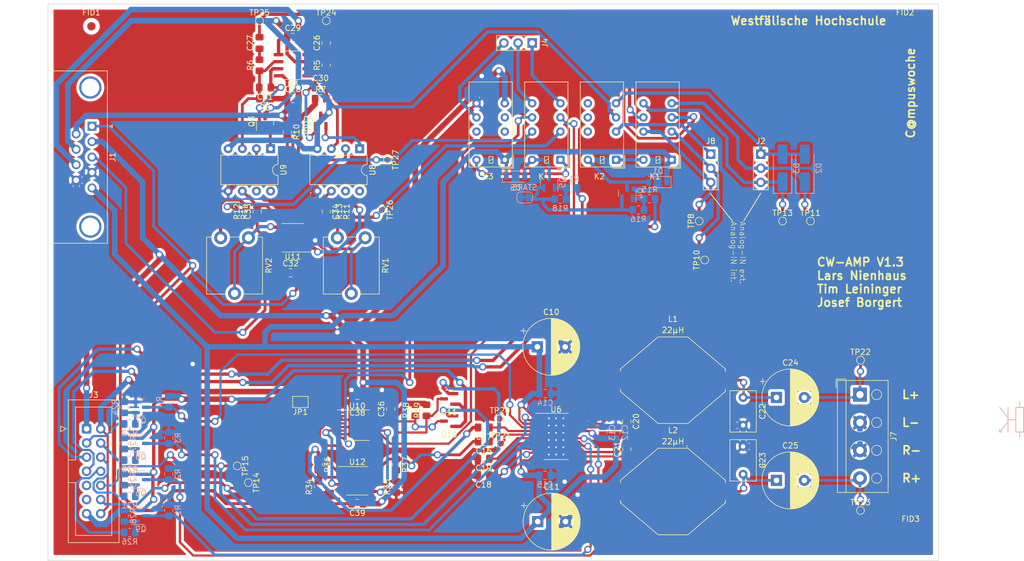
<source format=kicad_pcb>
(kicad_pcb (version 20221018) (generator pcbnew)
  (title_block (comment 4 "AISLER Project ID: ZXJCEKVF"))
  (layers (0 "F.Cu" signal) (31 "B.Cu" signal) (34 "B.Paste" user) (35 "F.Paste" user) (36 "B.SilkS" user "B.Silkscreen") (37 "F.SilkS" user "F.Silkscreen") (38 "B.Mask" user) (39 "F.Mask" user) (44 "Edge.Cuts" user))
  (net 0 "")
  (net 1 "GNDREF")
  (net 3 "V+")
  (net 4 "+5V")
  (net 6 "GND_BT")
  (net 7 "+5VA")
  (net 8 "5V_BT")
  (net 9 "Net-(C22-Pad1)")
  (net 10 "Net-(C23-Pad2)")
  (net 11 "-5VA")
  (net 12 "Net-(C26-Pad1)")
  (net 13 "Net-(C27-Pad1)")
  (net 14 "Net-(Q2-B)")
  (net 15 "Net-(U3A--)")
  (net 16 "Net-(C34-Pad1)")
  (net 17 "Net-(C35-Pad1)")
  (net 18 "Net-(Q3-B)")
  (net 19 "Net-(U3B--)")
  (net 20 "Net-(R9-Pad2)")
  (net 21 "Net-(R10-Pad2)")
  (net 22 "Net-(R11-Pad2)")
  (net 23 "Net-(R12-Pad2)")
  (net 24 "/Class_D/LIN")
  (net 25 "/Class_D/RIN")
  (net 26 "/Class_D/VCLAMP")
  (net 27 "/Class_D/BYPASS")
  (net 28 "/Class_D/BSL")
  (net 29 "/Class_D/LOUT")
  (net 30 "/Class_D/BSR")
  (net 31 "/Class_D/ROUT")
  (net 32 "/Class_D/L-Out")
  (net 33 "/Class_D/R-Out")
  (net 34 "-5V")
  (net 35 "R-In-An")
  (net 36 "L-In-An")
  (net 37 "/Class_D/~{SD}")
  (net 38 "/Class_D/GAIN0")
  (net 39 "/Class_D/GAIN1")
  (net 40 "/Class_D/MUTE")
  (net 41 "/Audio_Isolation/R-In-ISO")
  (net 42 "L-In-BT")
  (net 43 "R-In-BT")
  (net 44 "/Audio_Isolation/L-In-ISO")
  (net 45 "GND_An_In")
  (net 46 "L-In-USB")
  (net 47 "R-In-USB")
  (net 48 "Net-(C16-Pad2)")
  (net 49 "GND_Input")
  (net 50 "+3V3")
  (net 51 "GNDD")
  (net 52 "Net-(U11A-+)")
  (net 53 "Net-(C17-Pad2)")
  (net 59 "+12V")
  (net 60 "GND2")
  (net 61 "/Audio_Isolation/R-In-OPA")
  (net 62 "Net-(U11B-+)")
  (net 63 "/Audio_Isolation/L-In-OPA")
  (net 64 "Net-(D1-A)")
  (net 65 "Net-(D5-A)")
  (net 66 "Net-(Q2-E)")
  (net 67 "SELECT-Analog")
  (net 68 "SELECT-BT")
  (net 69 "Net-(Q3-E)")
  (net 70 "Net-(Q4-B)")
  (net 71 "Net-(Q5-B)")
  (net 72 "Net-(Q6-B)")
  (net 73 "Net-(Q7-B)")
  (net 74 "Net-(Q8-B)")
  (net 75 "Net-(Q9-B)")
  (net 76 "Net-(U12A--)")
  (net 77 "GND_USB")
  (net 78 "Net-(U12B--)")
  (net 79 "/Class_D/~{AMP-Mute}")
  (net 80 "/Class_D/AMP-ShutDown")
  (net 81 "/Class_D/AMP-GAIN0")
  (net 82 "/Class_D/AMP-GAIN1")
  (net 83 "/Class_D/SDA")
  (net 84 "/Class_D/SCL")
  (net 85 "Net-(K3-Pad12)")
  (net 86 "/Class_D/R-In")
  (net 87 "Net-(K1-Pad12)")
  (net 88 "/Class_D/L-In")
  (net 90 "/Class_D/SCL-5")
  (net 91 "/Class_D/SDA-5")
  (net 95 "Net-(U10-W0)")
  (net 96 "Net-(U10-W1)")
  (footprint "Capacitor_THT:CP_Radial_D10.0mm_P5.00mm" (layer "F.Cu") (at 178 151)
    (fp_text reference "C11")
    (fp_text value "470µF")
  )
  (footprint "Connector_IDC:IDC-Header_2x07_P2.54mm_Vertical" (layer "F.Cu") (at 96.9375 134.34)
    (fp_text reference "J3")
    (fp_text value "Conn_02x07_Odd_Even")
  )
  (footprint "Capacitor_SMD:C_0805_2012Metric_Pad1.18x1.45mm_HandSolder" (layer "F.Cu") (at 128 65 90)
    (fp_text reference "C27")
    (fp_text value "2,2µF")
  )
  (footprint "Capacitor_SMD:C_0805_2012Metric_Pad1.18x1.45mm_HandSolder" (layer "F.Cu") (at 139 73)
    (fp_text reference "C30")
    (fp_text value "33pF")
  )
  (footprint "Capacitor_SMD:C_0805_2012Metric_Pad1.18x1.45mm_HandSolder" (layer "F.Cu") (at 129 73 180)
    (fp_text reference "C31")
    (fp_text value "33pF")
  )
  (footprint "Capacitor_SMD:C_0805_2012Metric_Pad1.18x1.45mm_HandSolder" (layer "F.Cu") (at 133.6 106.3)
    (fp_text reference "C32")
    (fp_text value "100nF")
  )
  (footprint "Capacitor_SMD:C_0805_2012Metric_Pad1.18x1.45mm_HandSolder" (layer "F.Cu") (at 140.025 95.3 -90)
    (fp_text reference "C34")
    (fp_text value "100pF")
  )
  (footprint "Capacitor_SMD:C_0805_2012Metric_Pad1.18x1.45mm_HandSolder" (layer "F.Cu") (at 127.6 95.3 90)
    (fp_text reference "C35")
    (fp_text value "100pF")
  )
  (footprint "Relay_THT:Relay_DPDT_Kemet_EC2" (layer "F.Cu") (at 202.08 86 180)
    (fp_text reference "K1")
    (fp_text value "V23079-A1003-B301")
  )
  (footprint "Relay_THT:Relay_DPDT_Kemet_EC2" (layer "F.Cu") (at 182.08 86 180)
    (fp_text reference "K4")
    (fp_text value "V23079-A1003-B301")
  )
  (footprint "Resistor_SMD:R_0805_2012Metric_Pad1.20x1.40mm_HandSolder" (layer "F.Cu") (at 128 69 90)
    (fp_text reference "R6")
    (fp_text value "22K")
  )
  (footprint "Resistor_SMD:R_0805_2012Metric_Pad1.20x1.40mm_HandSolder" (layer "F.Cu") (at 135 81 -90)
    (fp_text reference "R9")
    (fp_text value "100R")
  )
  (footprint "Resistor_SMD:R_0805_2012Metric_Pad1.20x1.40mm_HandSolder" (layer "F.Cu") (at 133 81 -90)
    (fp_text reference "R10")
    (fp_text value "100R")
  )
  (footprint "Resistor_SMD:R_0805_2012Metric_Pad1.20x1.40mm_HandSolder" (layer "F.Cu") (at 142.025 95.3 -90)
    (fp_text reference "R11")
    (fp_text value "15K")
  )
  (footprint "Resistor_SMD:R_0805_2012Metric_Pad1.20x1.40mm_HandSolder" (layer "F.Cu") (at 125.6 95.3 90)
    (fp_text reference "R12")
    (fp_text value "15K")
  )
  (footprint "Resistor_SMD:R_0805_2012Metric_Pad1.20x1.40mm_HandSolder" (layer "F.Cu") (at 143.975 95.3 90)
    (fp_text reference "R13")
    (fp_text value "1K")
  )
  (footprint "Resistor_SMD:R_0805_2012Metric_Pad1.20x1.40mm_HandSolder" (layer "F.Cu") (at 123.6 95.3 -90)
    (fp_text reference "R14")
    (fp_text value "1K")
  )
  (footprint "Potentiometer_THT:Potentiometer_ACP_CA9-V10_Vertical" (layer "F.Cu") (at 142 100 -90)
    (fp_text reference "RV1")
    (fp_text value "10K")
  )
  (footprint "Potentiometer_THT:Potentiometer_ACP_CA9-V10_Vertical" (layer "F.Cu") (at 121.025 100 -90)
    (fp_text reference "RV2")
    (fp_text value "10K")
  )
  (footprint "Package_DIP:DIP-8_W7.62mm" (layer "F.Cu") (at 130 84 -90)
    (fp_text reference "U9")
    (fp_text value "IL300")
  )
  (footprint "Package_DIP:DIP-8_W7.62mm" (layer "F.Cu") (at 146 84 -90)
    (fp_text reference "U8")
    (fp_text value "IL300")
  )
  (footprint "Capacitor_SMD:C_0805_2012Metric_Pad1.18x1.45mm_HandSolder" (layer "F.Cu") (at 134 64)
    (fp_text reference "C29")
    (fp_text value "100nF")
  )
  (footprint "Resistor_SMD:R_0805_2012Metric_Pad1.20x1.40mm_HandSolder" (layer "F.Cu") (at 140 69 90)
    (fp_text reference "R5")
    (fp_text value "22K")
  )
  (footprint "Capacitor_SMD:C_0805_2012Metric_Pad1.18x1.45mm_HandSolder" (layer "F.Cu") (at 140 65 90)
    (fp_text reference "C26")
    (fp_text value "2,2µF")
  )
  (footprint "Resistor_SMD:R_0805_2012Metric_Pad1.20x1.40mm_HandSolder" (layer "F.Cu") (at 139 75)
    (fp_text reference "R7")
    (fp_text value "39K")
  )
  (footprint "Package_TO_SOT_SMD:SOT-23" (layer "F.Cu") (at 139 79 90)
    (fp_text reference "Q2")
    (fp_text value "BC858")
  )
  (footprint "Package_TO_SOT_SMD:SOT-23" (layer "F.Cu") (at 129 79.1 90)
    (fp_text reference "Q3")
    (fp_text value "BC858")
  )
  (footprint "Resistor_SMD:R_0805_2012Metric_Pad1.20x1.40mm_HandSolder" (layer "F.Cu") (at 129 75 180)
    (fp_text reference "R8")
    (fp_text value "39K")
  )
  (footprint "Capacitor_SMD:C_0805_2012Metric_Pad1.18x1.45mm_HandSolder" (layer "F.Cu") (at 134 75)
    (fp_text reference "C28")
    (fp_text value "100nF")
  )
  (footprint "Connector_PinHeader_2.54mm:PinHeader_1x03_P2.54mm_Vertical" (layer "F.Cu") (at 209.08 84.975)
    (fp_text reference "J8")
    (fp_text value "Conn_01x03_Female")
  )
  (footprint "Capacitor_THT:C_Rect_L7.2mm_W4.5mm_P5.00mm_FKS2_FKP2_MKS2_MKP2" (layer "F.Cu") (at 214.9 128.7 -90)
    (fp_text reference "C22")
    (fp_text value "680nF")
  )
  (footprint "Package_SO:HTSSOP-24-1EP_4.4x7.8mm_P0.65mm_EP3.4x7.8mm_Mask2.4x4.68mm_ThermalVias" (layer "F.Cu") (at 181.3 135.7)
    (fp_text reference "U6")
    (fp_text value "TPA3123D2")
  )
  (footprint "Capacitor_SMD:C_0805_2012Metric_Pad1.18x1.45mm_HandSolder" (layer "F.Cu") (at 194 133 -90)
    (fp_text reference "C20")
    (fp_text value "220nF")
  )
  (footprint "TerminalBlock_RND:TerminalBlock_RND_205-00003_1x04_P5.00mm_Horizontal" (layer "F.Cu") (at 235.9 128.2 -90)
    (fp_text reference "J7")
    (fp_text value "Screw_Terminal_01x04")
  )
  (footprint "Capacitor_SMD:C_0805_2012Metric_Pad1.18x1.45mm_HandSolder" (layer "F.Cu") (at 168.3 134.1 180)
    (fp_text reference "C17")
    (fp_text value "2µ2F")
  )
  (footprint "Capacitor_THT:CP_Radial_D10.0mm_P5.00mm" (layer "F.Cu") (at 220.9 143.6)
    (fp_text reference "C25")
    (fp_text value "470µF")
  )
  (footprint "office_amp:L_Bourns-PM5022" (layer "F.Cu") (at 202.3 125.6)
    (fp_text reference "L1")
    (fp_text value "22µH")
  )
  (footprint "Capacitor_SMD:C_0805_2012Metric_Pad1.18x1.45mm_HandSolder" (layer "F.Cu") (at 194 138 90)
    (fp_text reference "C21")
    (fp_text value "220nF")
  )
  (footprint "Capacitor_SMD:C_0805_2012Metric_Pad1.18x1.45mm_HandSolder" (layer "F.Cu") (at 168.2625 139.7 180)
    (fp_text reference "C19")
    (fp_text value "1µF")
  )
  (footprint "Capacitor_THT:C_Rect_L7.2mm_W4.5mm_P5.00mm_FKS2_FKP2_MKS2_MKP2" (layer "F.Cu") (at 214.9 137.5 -90)
    (fp_text reference "C23")
    (fp_text value "680nF")
  )
  (footprint "Capacitor_THT:CP_Radial_D10.0mm_P5.00mm" (layer "F.Cu") (at 220.9 128.7)
    (fp_text reference "C24")
    (fp_text value "470µF")
  )
  (footprint "office_amp:L_Bourns-PM5022" (layer "F.Cu") (at 202.3 145.6)
    (fp_text reference "L2")
    (fp_text value "22µH")
  )
  (footprint "Capacitor_THT:CP_Radial_D10.0mm_P5.00mm" (layer "F.Cu") (at 177.932323 119.6)
    (fp_text reference "C10")
    (fp_text value "470µF")
  )
  (footprint "Capacitor_SMD:C_0805_2012Metric_Pad1.18x1.45mm_HandSolder" (layer "F.Cu") (at 168.2625 142.7 180)
    (fp_text reference "C18")
    (fp_text value "1µF")
  )
  (footprint "Capacitor_SMD:C_0805_2012Metric_Pad1.18x1.45mm_HandSolder" (layer "F.Cu") (at 168.3 136.6 180)
    (fp_text reference "C16")
    (fp_text value "2µ2F")
  )
  (footprint "Relay_THT:Relay_DPDT_Kemet_EC2" (layer "F.Cu") (at 172.08 86 180)
    (fp_text reference "K3")
    (fp_text value "V23079-A1003-B301")
  )
  (footprint "Connector_PinHeader_2.54mm:PinHeader_1x03_P2.54mm_Vertical" (layer "F.Cu") (at 218.08 84.975)
    (fp_text reference "J2")
    (fp_text value "Conn_01x03_Female")
  )
  (footprint "Relay_THT:Relay_DPDT_Kemet_EC2" (layer "F.Cu") (at 192.08 86 180)
    (fp_text reference "K2")
    (fp_text value "V23079-A1003-B301")
  )
  (footprint "TestPoint:TestPoint_Pad_D1.0mm" (layer "F.Cu") (at 236 149)
    (fp_text reference "TP23")
    (fp_text value "TestPoint")
  )
  (footprint "TestPoint:TestPoint_Pad_D1.0mm" (layer "F.Cu") (at 171.2 132.5)
    (fp_text reference "TP20")
    (fp_text value "TestPoint")
  )
  (footprint "TestPoint:TestPoint_Pad_D1.0mm" (layer "F.Cu") (at 151 86 -90)
    (fp_text reference "TP27")
    (fp_text value "TestPoint")
  )
  (footprint "Resistor_SMD:R_0805_2012Metric_Pad1.20x1.40mm_HandSolder" (layer "F.Cu") (at 152.58 140.775 -90)
    (fp_text reference "R37")
    (fp_text value "?")
  )
  (footprint "TestPoint:TestPoint_Pad_D1.0mm" (layer "F.Cu") (at 222 97)
    (fp_text reference "TP13")
    (fp_text value "TestPoint")
  )
  (footprint "Capacitor_SMD:C_0805_2012Metric_Pad1.18x1.45mm_HandSolder" (layer "F.Cu") (at 145.58 147.775 180)
    (fp_text reference "C39")
    (fp_text value "100nF")
  )
  (footprint "TestPoint:TestPoint_Pad_D1.0mm" (layer "F.Cu") (at 150 95 -90)
    (fp_text reference "TP26")
    (fp_text value "TestPoint")
  )
  (footprint "Resistor_SMD:R_0805_2012Metric_Pad1.20x1.40mm_HandSolder" (layer "F.Cu") (at 138.58 144.775 90)
    (fp_text reference "R34")
    (fp_text value "10k")
  )
  (footprint "TestPoint:TestPoint_Pad_D1.0mm" (layer "F.Cu") (at 208 104 90)
    (fp_text reference "TP10")
    (fp_text value "TestPoint")
  )
  (footprint "Resistor_SMD:R_0805_2012Metric_Pad1.20x1.40mm_HandSolder" (layer "F.Cu") (at 152.58 144.775 90)
    (fp_text reference "R35")
    (fp_text value "10k")
  )
  (footprint "Connector_Dsub:DSUB-9_Male_Horizontal_P2.77x2.84mm_EdgePinOffset4.94mm_Housed_MountingHolesOffset7.48mm" (layer "F.Cu") (at 97.905331 79.96 -90)
    (fp_text reference "J1")
    (fp_text value "Conn_01x09_Socket")
  )
  (footprint "Package_TO_SOT_SMD:SOT-23" (layer "F.Cu") (at 162.0625 128.95 180)
    (fp_text reference "Q11")
    (fp_text value "BSS138")
  )
  (footprint "TestPoint:TestPoint_Pad_D1.0mm" (layer "F.Cu") (at 140 61)
    (fp_text reference "TP24")
    (fp_text value "TestPoint")
  )
  (footprint "TestPoint:TestPoint_Pad_D1.0mm" (layer "F.Cu") (at 236 122)
    (fp_text reference "TP22")
    (fp_text value "TestPoint")
  )
  (footprint "Fiducial:Fiducial_1.5mm_Mask3mm" (layer "F.Cu") (at 97.8 62)
    (fp_text reference "FID1")
    (fp_text value "Fiducial")
  )
  (footprint "Capacitor_SMD:C_0805_2012Metric_Pad1.18x1.45mm_HandSolder" (layer "F.Cu") (at 151.58 130.775 90)
    (fp_text reference "C36")
    (fp_text value "100nF")
  )
  (footprint "TestPoint:TestPoint_Pad_D1.0mm" (layer "F.Cu") (at 128 61)
    (fp_text reference "TP25")
    (fp_text value "TestPoint")
  )
  (footprint "Resistor_SMD:R_0805_2012Metric_Pad1.20x1.40mm_HandSolder" (layer "F.Cu") (at 158 131 90)
    (fp_text reference "R39")
    (fp_text value "10k")
  )
  (footprint "TestPoint:TestPoint_Pad_D1.0mm" (layer "F.Cu") (at 126 144 -90)
    (fp_text reference "TP14")
    (fp_text value "TestPoint")
  )
  (footprint "Package_SO:SO-8_3.9x4.9mm_P1.27mm" (layer "F.Cu") (at 145.58 143.675)
    (fp_text reference "U12")
    (fp_text value "TL082")
  )
  (footprint "TestPoint:TestPoint_Pad_D1.0mm" (layer "F.Cu") (at 227 97)
    (fp_text reference "TP11")
    (fp_text value "TestPoint")
  )
  (footprint "TestPoint:TestPoint_Pad_D1.0mm" (layer "F.Cu") (at 124 141 -90)
    (fp_text reference "TP15")
    (fp_text value "TestPoint")
  )
  (footprint "Package_TO_SOT_SMD:SOT-23" (layer "F.Cu") (at 162.0625 132.95 180)
    (fp_text reference "Q10")
    (fp_text value "BSS138")
  )
  (footprint "Package_SO:TSSOP-16_4.4x5mm_P0.65mm" (layer "F.Cu") (at 145.58 133.675)
    (fp_text reference "U10")
    (fp_text value "DS1882E")
  )
  (footprint "Fiducial:Fiducial_1.5mm_Mask3mm" (layer "F.Cu") (at 244 62)
    (fp_text reference "FID2")
    (fp_text value "Fiducial")
  )
  (footprint "Jumper:SolderJumper-2_P1.3mm_Bridged_Pad1.0x1.5mm" (layer "F.Cu") (at 135.35 129.5 180)
    (fp_text reference "JP1")
    (fp_text value "Jumper_2_Bridged")
  )
  (footprint "Package_SO:SO-8_3.9x4.9mm_P1.27mm" (layer "F.Cu") (at 134 100 180)
    (fp_text reference "U11")
    (fp_text value "TL082")
  )
  (footprint "TestPoint:TestPoint_Pad_D1.0mm" (layer "F.Cu") (at 171.4 137)
    (fp_text reference "TP21")
    (fp_text value "TestPoint")
  )
  (footprint "Capacitor_SMD:C_0805_2012Metric_Pad1.18x1.45mm_HandSolder" (layer "F.Cu") (at 145.58 129.775 180)
    (fp_text reference "C38")
    (fp_text value "100nF")
  )
  (footprint "Resistor_SMD:R_0805_2012Metric_Pad1.20x1.40mm_HandSolder" (layer "F.Cu") (at 138.58 140.775 -90)
    (fp_text reference "R36")
    (fp_text value "?")
  )
  (footprint "TestPoint:TestPoint_Pad_D1.0mm" (layer "F.Cu") (at 207 97 90)
    (fp_text reference "TP8")
    (fp_text value "TestPoint")
  )
  (footprint "Connector_PinHeader_2.54mm:PinHeader_1x03_P2.54mm_Vertical" (layer "F.Cu") (at 177 65 -90)
    (fp_text reference "J4")
    (fp_text value "Conn_01x03_Female")
  )
  (footprint "Package_SO:SO-8_3.9x4.9mm_P1.27mm" (layer "F.Cu") (at 134 69 180)
    (fp_text reference "U3")
    (fp_text value "TL082")
  )
  (footprint "Fiducial:Fiducial_1.5mm_Mask3mm" (layer "F.Cu") (at 245 153)
    (fp_text reference "FID3")
    (fp_text value "Fiducial")
  )
  (footprint "Resistor_SMD:R_0805_2012Metric_Pad1.20x1.40mm_HandSolder" (layer "F.Cu") (at 156 131 90)
    (fp_text reference "R38")
    (fp_text value "10k")
  )
  (footprint "Diode_SMD:D_SOD-123" (layer "B.Cu") (at 199.58 90 180)
    (fp_text reference "D1")
    (fp_text value "1N4148W")
  )
  (footprint "Diode_SMD:D_SOD-123" (layer "B.Cu") (at 174 89)
    (fp_text reference "D5")
    (fp_text value "1N4148W")
  )
  (footprint "Capacitor_SMD:C_0805_2012Metric_Pad1.18x1.45mm_HandSolder" (layer "B.Cu") (at 179.3 142.7)
    (fp_text reference "C15")
    (fp_text value "1µF")
  )
  (footprint "Capacitor_SMD:C_0805_2012Metric_Pad1.18x1.45mm_HandSolder" (layer "B.Cu") (at 179.3375 128)
    (fp_text reference "C14")
    (fp_text value "1µF")
  )
  (footprint "Capacitor_SMD:C_0805_2012Metric_Pad1.18x1.45mm_HandSolder" (layer "B.Cu") (at 189.7 135 90)
    (fp_text reference "C13")
    (fp_text value "100nF")
  )
  (footprint "Resistor_SMD:R_0805_2012Metric_Pad1.20x1.40mm_HandSolder" (layer "B.Cu") (at 111.69 148.96 90)
    (fp_text reference "R1")
    (fp_text value "10K")
  )
  (footprint "Resistor_SMD:R_0805_2012Metric_Pad1.20x1.40mm_HandSolder" (layer "B.Cu") (at 111.69 142.46 90)
    (fp_text reference "R2")
    (fp_text value "10K")
  )
  (footprint "Resistor_SMD:R_0805_2012Metric_Pad1.20x1.40mm_HandSolder" (layer "B.Cu") (at 111.69 135.96 90)
    (fp_text reference "R3")
    (fp_text value "10K")
  )
  (footprint "Resistor_SMD:R_0805_2012Metric_Pad1.20x1.40mm_HandSolder" (layer "B.Cu") (at 111.69 129.46 -90)
    (fp_text reference "R4")
    (fp_text value "10k")
  )
  (footprint "Capacitor_SMD:C_0805_2012Metric_Pad1.18x1.45mm_HandSolder" (layer "B.Cu") (at 192 135 90)
    (fp_text reference "C12")
    (fp_text value "10µF")
  )
  (footprint "Resistor_SMD:R_0805_2012Metric_Pad1.20x1.40mm_HandSolder" (layer "B.Cu") (at 182.05 93.0625)
    (fp_text reference "R18")
    (fp_text value "10k")
  )
  (footprint "Resistor_SMD:R_0805_2012Metric_Pad1.20x1.40mm_HandSolder" (layer "B.Cu") (at 103.69 130.46 -90)
    (fp_text reference "R24")
    (fp_text value "10k")
  )
  (footprint "Resistor_SMD:R_0805_2012Metric_Pad1.20x1.40mm_HandSolder" (layer "B.Cu") (at 103.69 149.96 90)
    (fp_text reference "R28")
    (fp_text value "10k")
  )
  (footprint "Resistor_SMD:R_0805_2012Metric_Pad1.20x1.40mm_HandSolder" (layer "B.Cu") (at 184.05 91.0625 180)
    (fp_text reference "R17")
    (fp_text value "10k")
  )
  (footprint "Resistor_SMD:R_0805_2012Metric_Pad1.20x1.40mm_HandSolder" (layer "B.Cu") (at 198.08 93 180)
    (fp_text reference "R15")
    (fp_text value "10k")
  )
  (footprint "Resistor_SMD:R_0805_2012Metric_Pad1.20x1.40mm_HandSolder" (layer "B.Cu") (at 104.69 139.96)
    (fp_text reference "R25")
    (fp_text value "10k")
  )
  (footprint "Resistor_SMD:R_0805_2012Metric_Pad1.20x1.40mm_HandSolder" (layer "B.Cu") (at 104.69 146.46)
    (fp_text reference "R21")
    (fp_text value "10k")
  )
  (footprint "Resistor_SMD:R_0805_2012Metric_Pad1.20x1.40mm_HandSolder" (layer "B.Cu") (at 104.69 152.96)
    (fp_text reference "R26")
    (fp_text value "10k")
  )
  (footprint "Package_TO_SOT_SMD:SOT-23" (layer "B.Cu") (at 194.08 92 90)
    (fp_text reference "Q4")
    (fp_text value "BC850")
  )
  (footprint "Resistor_SMD:R_0805_2012Metric_Pad1.20x1.40mm_HandSolder" (layer "B.Cu") (at 103.69 136.96 90)
    (fp_text reference "R27")
    (fp_text value "10k")
  )
  (footprint "Resistor_SMD:R_0805_2012Metric_Pad1.20x1.40mm_HandSolder" (layer "B.Cu") (at 104.69 133.46)
    (fp_text reference "R22")
    (fp_text value "10k")
  )
  (footprint "Package_TO_SOT_SMD:SOT-23" (layer "B.Cu") (at 106.69 149.96)
    (fp_text reference "Q9")
    (fp_text value "BC856")
  )
  (footprint "Resistor_SMD:R_0805_2012Metric_Pad1.20x1.40mm_HandSolder" (layer "B.Cu") (at 196.08 95)
    (fp_text reference "R16")
    (fp_text value "10k")
  )
  (footprint "Diode_SMD:D_SMA_Handsoldering" (layer "B.Cu") (at 226 87.5 90)
    (fp_text reference "D2")
    (fp_text value "WE 824500700")
  )
  (footprint "Jumper:SolderJumper-2_P1.3mm_Bridged_RoundedPad1.0x1.5mm" (layer "B.Cu") (at 175.65 92.7625 180)
    (fp_text reference "STAR5")
    (fp_text value "SolderJumper_2_Bridged")
  )
  (footprint "Diode_SMD:D_SMA_Handsoldering" (layer "B.Cu") (at 222 87.5 90)
    (fp_text reference "D3")
    (fp_text value "WE 824500700")
  )
  (footprint "Package_TO_SOT_SMD:SOT-23" (layer "B.Cu") (at 180.05 90.0625 90)
    (fp_text reference "Q5")
    (fp_text value "BC850")
  )
  (footprint "Package_TO_SOT_SMD:SOT-23" (layer "B.Cu") (at 106.69 136.96)
    (fp_text reference "Q8")
    (fp_text value "BC856")
  )
  (footprint "Package_TO_SOT_SMD:SOT-23" (layer "B.Cu") (at 106.69 143.46)
    (fp_text reference "Q6")
    (fp_text value "BC856")
  )
  (footprint "Resistor_SMD:R_0805_2012Metric_Pad1.20x1.40mm_HandSolder" (layer "B.Cu") (at 103.69 143.46 90)
    (fp_text reference "R23")
    (fp_text value "10k")
  )
  (footprint "Package_TO_SOT_SMD:SOT-23" (layer "B.Cu") (at 106.69 130.46)
    (fp_text reference "Q7")
    (fp_text value "BC850")
  )
  (gr_line (start 261.4 134.9) (end 261 134.9) (stroke (width 0.15)) (layer "B.SilkS"))
  (gr_line (start 262.5 130.5) (end 262.5 134.9) (stroke (width 0.15)) (layer "B.SilkS"))
  (gr_line (start 261 130.5) (end 262.5 132.3) (stroke (width 0.15)) (layer "B.SilkS"))
  (gr_line (start 263.9 134.9) (end 265.3 134.9) (stroke (width 0.15)) (layer "B.SilkS"))
  (gr_line (start 264.6 129.5) (end 264.6 130.5) (stroke (width 0.15)) (layer "B.SilkS"))
  (gr_line (start 261 134.4) (end 261 134.9) (stroke (width 0.15)) (layer "B.SilkS"))
  (gr_line (start 261 134.9) (end 262.5 133.1) (stroke (width 0.15)) (layer "B.SilkS"))
  (gr_line (start 265.3 134.9) (end 265.3 130.5) (stroke (width 0.15)) (layer "B.SilkS"))
  (gr_line (start 265.3 130.5) (end 263.9 130.5) (stroke (width 0.15)) (layer "B.SilkS"))
  (gr_line (start 204.8 137.3) (end 204.8 137.8) (stroke (width 0.15)) (layer "B.SilkS"))
  (gr_line (start 264.6 135.9) (end 264.6 134.9) (stroke (width 0.15)) (layer "B.SilkS"))
  (gr_line (start 263.9 130.5) (end 263.9 134.9) (stroke (width 0.15)) (layer "B.SilkS"))
  (gr_line (start 263.9 132.7) (end 262.5 132.7) (stroke (width 0.15)) (layer "B.SilkS"))
  (gr_line (start 209 92) (end 213 97) (stroke (width 0.15)) (layer "F.SilkS"))
  (gr_line (start 218.08 92) (end 215 97) (stroke (width 0.15)) (layer "F.SilkS"))
  (gr_line (start 90 58) (end 250 58) (stroke (width 0.1)) (layer "Edge.Cuts"))
  (gr_line (start 250 158) (end 90 158) (stroke (width 0.1)) (layer "Edge.Cuts"))
  (gr_line (start 250 58) (end 250 158) (stroke (width 0.1)) (layer "Edge.Cuts"))
  (gr_line (start 90 158) (end 90 58) (stroke (width 0.1)) (layer "Edge.Cuts"))
  (gr_text "R-" (at 243.3 138.2) (layer "F.SilkS") (effects (font (size 1.5 1.5) (thickness 0.3)) (justify left)))
  (gr_text "Westfälische Hochschule" (at 212.5 61) (layer "F.SilkS") (effects (font (size 1.5 1.5) (thickness 0.3)) (justify left)))
  (gr_text "L+" (at 243.3 128.2) (layer "F.SilkS") (effects (font (size 1.5 1.5) (thickness 0.3)) (justify left)))
  (gr_text "CW-AMP V1.3\nLars Nienhaus\nTim Leininger\nJosef Borgert" (at 228 108) (layer "F.SilkS") (effects (font (size 1.5 1.5) (thickness 0.3)) (justify left)))
  (gr_text "Analog-IN ext.\nAnalog-IN int." (at 214 97 -90) (layer "F.SilkS") (effects (font (size 1 1) (thickness 0.1)) (justify left)))
  (gr_text "R+\n" (at 243.3 143.2) (layer "F.SilkS") (effects (font (size 1.5 1.5) (thickness 0.3)) (justify left)))
  (gr_text "C@mpuswoche" (at 245 74 90) (layer "F.SilkS") (effects (font (size 1.5 1.5) (thickness 0.3))))
  (gr_text "L-" (at 243.3 133.2) (layer "F.SilkS") (effects (font (size 1.5 1.5) (thickness 0.3)) (justify left)))
  (segment (start 167.940454 70.940454) (end 153.2 85.680908) (width 1) (layer "F.Cu") (net 1))
  (segment (start 145.595 135.95) (end 146 135.95) (width 0.4) (layer "F.Cu") (net 1))
  (segment (start 157 143) (end 157 143.55) (width 0.4) (layer "F.Cu") (net 1))
  (segment (start 136 143.195) (end 136 135) (width 0.4) (layer "F.Cu") (net 1))
  (segment (start 179.675 136.675) (end 180 136.35) (width 0.4) (layer "F.Cu") (net 1))
  (segment (start 182.925 132.775) (end 182.6 132.45) (width 0.4) (layer "F.Cu") (net 1))
  (segment (start 123.88 90.12) (end 136.88 90.12) (width 1) (layer "F.Cu") (net 1))
  (segment (start 185.166373 146.166373) (end 182.833627 143.833627) (width 1) (layer "F.Cu") (net 1))
  (segment (start 137 106) (end 140 103) (width 0.6) (layer "F.Cu") (net 1))
  (segment (start 146 134) (end 146 135.95) (width 0.4) (layer "F.Cu") (net 1))
  (segment (start 142.7175 135.3) (end 144.945 135.3) (width 0.4) (layer "F.Cu") (net 1))
  (segment (start 184.1625 132.125) (end 184.1625 132.775) (width 0.4) (layer "F.Cu") (net 1))
  (segment (start 137 117) (end 137 106) (width 0.6) (layer "F.Cu") (net 1))
  (segment (start 182.925 138.625) (end 182.6 138.95) (width 0.4) (layer "F.Cu") (net 1))
  (segment (start 138.95 132.05) (end 142.7175 132.05) (width 0.4) (layer "F.Cu") (net 1))
  (segment (start 138 113.85542) (end 138 117) (width 1) (layer "F.Cu") (net 1))
  (segment (start 144.5425 127.42) (end 144.5425 119.5425) (width 1) (layer "F.Cu") (net 1))
  (segment (start 132.232082 99.365) (end 134.5 97.097082) (width 0.6) (layer "F.Cu") (net 1))
  (segment (start 136.88 90.12) (end 138.38 91.62) (width 1) (layer "F.Cu") (net 1))
  (segment (start 178.4375 136.675) (end 178.4375 137.325) (width 0.4) (layer "F.Cu") (net 1))
  (segment (start 151.58 129.7375) (end 151.58 128.935) (width 1) (layer "F.Cu") (net 1))
  (segment (start 148.5425 136.5425) (end 150 138) (width 0.4) (layer "F.Cu") (net 1))
  (segment (start 167.225 142.7) (end 167.225 139.7) (width 1) (layer "F.Cu") (net 1))
  (segment (start 144.5425 119.5425) (end 142 117) (width 1) (layer "F.Cu") (net 1))
  (segment (start 151.58 128.935) (end 150 127.355) (width 1) (layer "F.Cu") (net 1))
  (segment (start 166.925 143) (end 157 143) (width 0.6) (layer "F.Cu") (net 1))
  (segment (start 116 122.697056) (end 128.302944 122.697056) (width 1) (layer "F.Cu") (net 1))
  (segment (start 136.575 100.635) (end 137.8295 100.635) (width 0.6) (layer "F.Cu") (net 1))
  (segment (start 150 138) (end 154 138) (width 0.4) (layer "F.Cu") (net 1))
  (segment (start 138.58 145.775) (end 136 143.195) (width 0.4) (layer "F.Cu") (net 1))
  (segment (start 144.2675 129.5) (end 144.5425 129.775) (width 1) (layer "F.Cu") (net 1))
  (segment (start 134.5 97.097082) (end 134.5 95.5) (width 0.6) (layer "F.Cu") (net 1))
  (segment (start 178.4375 136.675) (end 179.675 136.675) (width 0.4) (layer "F.Cu") (net 1))
  (segment (start 131.425 99.365) (end 132.232082 99.365) (width 0.6) (layer "F.Cu") (net 1))
  (segment (start 157 143.55) (end 154.775 145.775) (width 0.4) (layer "F.Cu") (net 1))
  (segment (start 134 117) (end 137 117) (width 1) (layer "F.Cu") (net 1))
  (segment (start 167.225 142.7) (end 166.925 143) (width 0.6) (layer "F.Cu") (net 1))
  (segment (start 144.5425 132.5025) (end 144.345 132.7) (width 1) (layer "F.Cu") (net 1))
  (segment (start 144.5425 129.775) (end 144.5425 132.5025) (width 1) (layer "F.Cu") (net 1))
  (segment (start 137 117) (end 142 117) (width 1) (layer "F.Cu") (net 1))
  (segment (start 140 103) (end 140 102.4645) (width 0.6) (layer "F.Cu") (net 1))
  (segment (start 128.302944 122.697056) (end 134 117) (width 1) (layer "F.Cu") (net 1))
  (segment (start 154.775 145.775) (end 152.58 145.775) (width 0.4) (layer "F.Cu") (net 1))
  (segment (start 148.5425 136.05) (end 148.5425 136.5425) (width 0.4) (layer "F.Cu") (net 1))
  (segment (start 148.4425 135.95) (end 148.5425 136.05) (width 0.4) (layer "F.Cu") (net 1))
  (segment (start 144.5425 129.775) (end 144.5425 127.355) (width 1) (layer "F.Cu") (net 1))
  (segment (start 184.1625 132.775) (end 182.925 132.775) (width 0.4) (layer "F.Cu") (net 1))
  (segment (start 153.2 98.65542) (end 138 113.85542) (width 1) (layer "F.Cu") (net 1))
  (segment (start 136 129.5) (end 144.2675 129.5) (width 1) (layer "F.Cu") (net 1))
  (segment (start 146 135.95) (end 148.4425 135.95) (width 0.4) (layer "F.Cu") (net 1))
  (segment (start 122.38 91.62) (end 123.88 90.12) (width 1) (layer "F.Cu") (net 1))
  (segment (start 144.345 132.7) (end 145 133.355) (width 0.4) (layer "F.Cu") (net 1))
  (segment (start 153.2 85.680908) (end 153.2 98.65542) (width 1) (layer "F.Cu") (net 1))
  (segment (start 154 138) (end 157 141) (width 0.4) (layer "F.Cu") (net 1))
  (segment (start 184.1625 138.625) (end 182.925 138.625) (width 0.4) (layer "F.Cu") (net 1))
  (segment (start 184.1625 138.625) (end 184.1625 139.275) (width 0.4) (layer "F.Cu") (net 1))
  (segment (start 146 134) (end 148.4425 134) (width 0.4) (layer "F.Cu") (net 1))
  (segment (start 145 134) (end 146 134) (width 0.4) (layer "F.Cu") (net 1))
  (segment (start 136 135) (end 138.95 132.05) (width 0.4) (layer "F.Cu") (net 1))
  (segment (start 142.7175 132.05) (end 142.7175 132.7) (width 0.4) (layer "F.Cu") (net 1))
  (segment (start 144.945 135.3) (end 145.595 135.95) (width 0.4) (layer "F.Cu") (net 1))
  (segment (start 137.8295 100.635) (end 138 100.4645) (width 0.6) (layer "F.Cu") (net 1))
  (segment (start 138.38 91.62) (end 134.5 95.5) (width 1) (layer "F.Cu") (net 1))
  (segment (start 145 133.355) (end 145 134) (width 0.4) (layer "F.Cu") (net 1))
  (segment (start 142.7175 134) (end 145 134) (width 0.4) (layer "F.Cu") (net 1))
  (segment (start 140 102.4645) (end 138 100.4645) (width 0.6) (layer "F.Cu") (net 1))
  (segment (start 142.7175 132.7) (end 144.345 132.7) (width 0.4) (layer "F.Cu") (net 1))
  (segment (start 157 141) (end 157 143) (width 0.4) (layer "F.Cu") (net 1))
  (via (at 144.5425 127.355) (size 1.3) (drill 0.8) (layers "F.Cu" "B.Cu") (net 1))
  (via (at 182.833627 143.833627) (size 1.3) (drill 0.8) (layers "F.Cu" "B.Cu") (net 1))
  (via (at 116 122.697056) (size 1.3) (drill 0.8) (layers "F.Cu" "B.Cu") (net 1))
  (via (at 150 127.355) (size 1.3) (drill 0.8) (layers "F.Cu" "B.Cu") (net 1))
  (via (at 185.166373 146.166373) (size 1.3) (drill 0.8) (layers "F.Cu" "B.Cu") (net 1))
  (via (at 138 100.4645) (size 1.3) (drill 0.8) (layers "F.Cu" "B.Cu") (net 1))
  (via (at 142 117) (size 1.3) (drill 0.8) (layers "F.Cu" "B.Cu") (net 1))
  (via (at 167.940454 70.940454) (size 1.3) (drill 0.8) (layers "F.Cu" "B.Cu") (net 1))
  (segment (start 103.69 129.46) (end 103.69 128.135) (width 0.6) (layer "B.Cu") (net 1))
  (segment (start 116 122.697056) (end 113.151472 119.848528) (width 1) (layer "B.Cu") (net 1))
  (segment (start 180.3375 142.7) (end 181.7 142.7) (width 1) (layer "B.Cu") (net 1))
  (segment (start 93 96) (end 95.065331 93.934669) (width 1) (layer "B.Cu") (net 1))
  (segment (start 116 122.697056) (end 116 135) (width 1) (layer "B.Cu") (net 1))
  (segment (start 111.69 141.46) (end 115.54 141.46) (width 1) (layer "B.Cu") (net 1))
  (segment (start 214.9 137.5) (end 214.9 133.7) (width 1) (layer "B.Cu") (net 1))
  (segment (start 103.69 128.135) (end 112.476472 119.348528) (width 0.6) (layer "B.Cu") (net 1))
  (segment (start 95.065331 93.934669) (end 95.065331 89.655) (width 1) (layer "B.Cu") (net 1))
  (segment (start 111.69 134.96) (end 115.96 134.96) (width 1) (layer "B.Cu") (net 1))
  (segment (start 182 128) (end 182.932323 127.067677) (width 1) (layer "B.Cu") (net 1))
  (segment (start 116 148) (end 116 151) (width 1) (layer "B.Cu") (net 1))
  (segment (start 113.151472 119.848528) (end 93 99.697056) (width 1) (layer "B.Cu") (net 1))
  (segment (start 186.5 147.5) (end 185.166373 146.166373) (width 1) (layer "B.Cu") (net 1))
  (segment (start 235.2 137.5) (end 235.9 138.2) (width 1) (layer "B.Cu") (net 1))
  (segment (start 214.9 137.5) (end 235.2 137.5) (width 1) (layer "B.Cu") (net 1))
  (segment (start 191 146) (end 196 141) (width 1) (layer "B.Cu") (net 1))
  (segment (start 115.96 147.96) (end 116 148) (width 1) (layer "B.Cu") (net 1))
  (segment (start 196 141) (end 196 134) (width 1) (layer "B.Cu") (net 1))
  (segment (start 116 141) (end 116 148) (width 1) (layer "B.Cu") (net 1))
  (segment (start 183 151) (end 186.5 147.5) (width 1) (layer "B.Cu") (net 1))
  (segment (start 180.332323 117) (end 182.932323 119.6) (width 1) (layer "B.Cu") (net 1))
  (segment (start 93 99.697056) (end 93 96) (width 1) (layer "B.Cu") (net 1))
  (segment (start 175 92.7625) (end 175 117) (width 0.6) (layer "B.Cu") (net 1))
  (segment (start 167 71.880908) (end 167.940454 70.940454) (width 1) (layer "B.Cu") (net 1))
  (segment (start 196 134) (end 191.3375 134) (width 1) (layer "B.Cu") (net 1))
  (segment (start 180.375 128) (end 182 128) (width 1) (layer "B.Cu") (net 1))
  (segment (start 175 117) (end 180.332323 117) (width 1) (layer "B.Cu") (net 1))
  (segment (start 105.7525 129.51) (end 103.74 129.51) (width 0.6) (layer "B.Cu") (net 1))
  (segment (start 181.7 142.7) (end 182.833627 143.833627) (width 1) (layer "B.Cu") (net 1))
  (segment (start 144.5425 127.355) (end 150 127.355) (width 1) (layer "B.Cu") (net 1))
  (segment (start 120.5 155.5) (end 178.5 155.5) (width 1) (layer "B.Cu") (net 1))
  (segment (start 116 135) (end 116 141) (width 1) (layer "B.Cu") (net 1))
  (segment (start 182.932323 127.067677) (end 182.932323 119.6) (width 1) (layer "B.Cu") (net 1))
  (segment (start 138.38 100.0845) (end 138.38 91.62) (width 0.6) (layer "B.Cu") (net 1))
  (segment (start 167 75.84) (end 167 71.880908) (width 1) (layer "B.Cu") (net 1))
  (segment (start 111.69 147.96) (end 115.96 147.96) (width 1) (layer "B.Cu") (net 1))
  (segment (start 186.5 147.5) (end 188 146) (width 1) (layer "B.Cu") (net 1))
  (segment (start 142 117) (end 175 117) (width 1) (layer "B.Cu") (net 1))
  (segment (start 116 151) (end 120.5 155.5) (width 1) (layer "B.Cu") (net 1))
  (segment (start 192 133.9625) (end 189.7 133.9625) (width 1) (layer "B.Cu") (net 1))
  (segment (start 138 100.4645) (end 138.38 100.0845) (width 0.6) (layer "B.Cu") (net 1))
  (segment (start 180.3375 142.7) (end 180.3375 139.2875) (width 0.4) (layer "B.Cu") (net 1))
  (segment (start 188 146) (end 191 146) (width 1) (layer "B.Cu") (net 1))
  (segment (start 115.96 134.96) (end 116 135) (width 1) (layer "B.Cu") (net 1))
  (segment (start 178.5 155.5) (end 183 151) (width 1) (layer "B.Cu") (net 1))
  (segment (start 96.520331 89.655) (end 97.905331 88.27) (width 1) (layer "B.Cu") (net 1))
  (segment (start 112.476472 119.348528) (end 112.651472 119.348528) (width 0.6) (layer "B.Cu") (net 1))
  (segment (start 103.74 129.51) (end 103.69 129.46) (width 0.6) (layer "B.Cu") (net 1))
  (segment (start 214.9 133.7) (end 196.3 133.7) (width 1) (layer "B.Cu") (net 1))
  (segment (start 112.651472 119.348528) (end 113.151472 119.848528) (width 0.6) (layer "B.Cu") (net 1))
  (segment (start 180.3375 139.2875) (end 180 138.95) (width 0.4) (layer "B.Cu") (net 1))
  (segment (start 95.065331 89.655) (end 96.520331 89.655) (width 1) (layer "B.Cu") (net 1))
  (segment (start 196.3 133.7) (end 196 134) (width 1) (layer "B.Cu") (net 1))
  (segment (start 115.54 141.46) (end 116 141) (width 1) (layer "B.Cu") (net 1))
  (segment (start 235.9 138.2) (end 235.9 133.2) (width 1) (layer "B.Cu") (net 1))
  (segment (start 174.707891 130.292109) (end 175 130) (width 0.4) (layer "F.Cu") (net 3))
  (segment (start 177.125 139.275) (end 176.4 140) (width 0.4) (layer "F.Cu") (net 3))
  (segment (start 184.1625 135.375) (end 184.1625 134.725) (width 0.4) (layer "F.Cu") (net 3))
  (segment (start 175.116859 137.883141) (end 174.932641 138.067359) (width 0.4) (layer "F.Cu") (net 3))
  (segment (start 187.36865 134.725) (end 184.1625 134.725) (width 0.4) (layer "F.Cu") (net 3))
  (segment (start 178.4375 137.975) (end 176.509425 137.975) (width 0.4) (layer "F.Cu") (net 3))
  (segment (start 175.425 133.425) (end 174.707891 132.707891) (width 0.4) (layer "F.Cu") (net 3))
  (segment (start 178.4375 139.275) (end 177.125 139.275) (width 0.4) (layer "F.Cu") (net 3))
  (segment (start 176.4 140) (end 175 140) (width 0.4) (layer "F.Cu") (net 3))
  (segment (start 174.932641 139.932641) (end 175 140) (width 0.4) (layer "F.Cu") (net 3))
  (segment (start 175 140) (end 175 142) (width 0.4) (layer "F.Cu") (net 3))
  (segment (start 178.4375 132.125) (end 177.125 132.125) (width 0.4) (layer "F.Cu") (net 3))
  (segment (start 178.4375 133.425) (end 175.425 133.425) (width 0.4) (layer "F.Cu") (net 3))
  (segment (start 176.509425 137.975) (end 176.417566 137.883141) (width 0.4) (layer "F.Cu") (net 3))
  (segment (start 187.76815 135.1245) (end 187.36865 134.725) (width 0.4) (layer "F.Cu") (net 3))
  (segment (start 176.417566 137.883141) (end 175.116859 137.883141) (width 0.4) (layer "F.Cu") (net 3))
  (segment (start 177.125 132.125) (end 175.5 130.5) (width 0.4) (layer "F.Cu") (net 3))
  (segment (start 174.932641 138.067359) (end 174.932641 139.932641) (width 0.4) (layer "F.Cu") (net 3))
  (segment (start 174.707891 132.707891) (end 174.707891 130.292109) (width 0.4) (layer "F.Cu") (net 3))
  (via (at 175 130) (size 1.3) (drill 0.8) (layers "F.Cu" "B.Cu") (net 3))
  (via (at 187.76815 135.1245) (size 1.3) (drill 0.8) (layers "F.Cu" "B.Cu") (net 3))
  (via (at 175 142) (size 1.3) (drill 0.8) (layers "F.Cu" "B.Cu") (net 3))
  (segment (start 118.6 148.6) (end 118.6 119.6) (width 1) (layer "B.Cu") (net 3))
  (segment (start 186 143) (end 190 143) (width 1) (layer "B.Cu") (net 3))
  (segment (start 172.08 86) (end 173.53 84.55) (width 1) (layer "B.Cu") (net 3))
  (segment (start 178.3 119.967677) (end 177.932323 119.6) (width 1) (layer "B.Cu") (net 3))
  (segment (start 125 119.6) (end 118.6 119.6) (width 1) (layer "B.Cu") (net 3))
  (segment (start 178.3 128) (end 178.3 119.967677) (width 1) (layer "B.Cu") (net 3))
  (segment (start 172.35 89) (end 172.35 86.27) (width 0.6) (layer "B.Cu") (net 3))
  (segment (start 180.5 148.5) (end 178 151) (width 1) (layer "B.Cu") (net 3))
  (segment (start 152 114) (end 161 105) (width 1) (layer "B.Cu") (net 3))
  (segment (start 188.68115 136.0375) (end 187.76815 135.1245) (width 1) (layer "B.Cu") (net 3))
  (segment (start 192 136.0375) (end 189.7 136.0375) (width 1) (layer "B.Cu") (net 3))
  (segment (start 143 114) (end 152 114) (width 1) (layer "B.Cu") (net 3))
  (segment (start 166.39939 84.55) (end 170.63 84.55) (width 1) (layer "B.Cu") (net 3))
  (segment (start 180.5 148.5) (end 186 143) (width 1) (layer "B.Cu") (net 3))
  (segment (start 178.2625 146.2625) (end 180.5 148.5) (width 1) (layer "B.Cu") (net 3))
  (segment (start 170.63 84.55) (end 172.08 86) (width 1) (layer "B.Cu") (net 3))
  (segment (start 190 143) (end 192 141) (width 1) (layer "B.Cu") (net 3))
  (segment (start 172.35 86.27) (end 172.08 86) (width 0.6) (layer "B.Cu") (net 3))
  (segment (start 129 119.6) (end 129 117) (width 1) (layer "B.Cu") (net 3))
  (segment (start 129 117) (end 130 116) (width 1) (layer "B.Cu") (net 3))
  (segment (start 141 116) (end 143 114) (width 1) (layer "B.Cu") (net 3))
  (segment (start 161 89.94939) (end 166.39939 84.55) (width 1) (layer "B.Cu") (net 3))
  (segment (start 102 95.134669) (end 97.905331 91.04) (width 1) (layer "B.Cu") (net 3))
  (segment (start 129 119.6) (end 125 119.6) (width 1) (layer "B.Cu") (net 3))
  (segment (start 175 130) (end 177 128) (width 1) (layer "B.Cu") (net 3))
  (segment (start 118.6 119.6) (end 102 103) (width 1) (layer "B.Cu") (net 3))
  (segment (start 177 128) (end 178.3 128) (width 1) (layer "B.Cu") (net 3))
  (segment (start 192 141) (end 192 136.0375) (width 1) (layer "B.Cu") (net 3))
  (segment (start 175 154) (end 124 154) (width 1) (layer "B.Cu") (net 3))
  (segment (start 178 151) (end 175 154) (width 1) (layer "B.Cu") (net 3))
  (segment (start 189.7 136.0375) (end 188.68115 136.0375) (width 1) (layer "B.Cu") (net 3))
  (segment (start 201.23 86.85) (end 202.08 86) (width 1) (layer "B.Cu") (net 3))
  (segment (start 178.2625 142.7) (end 178.2625 146.2625) (width 1) (layer "B.Cu") (net 3))
  (segment (start 178.2625 142.7) (end 175.7 142.7) (width 1) (layer "B.Cu") (net 3))
  (segment (start 161 105) (end 161 89.94939) (width 1) (layer "B.Cu") (net 3))
  (segment (start 175.7 142.7) (end 175 142) (width 1) (layer "B.Cu") (net 3))
  (segment (start 173.53 84.55) (end 200.63 84.55) (width 1) (layer "B.Cu") (net 3))
  (segment (start 177.932323 119.6) (end 129 119.6) (width 1) (layer "B.Cu") (net 3))
  (segment (start 200.63 84.55) (end 202.08 86) (width 1) (layer "B.Cu") (net 3))
  (segment (start 124 154) (end 118.6 148.6) (width 1) (layer "B.Cu") (net 3))
  (segment (start 201.23 90) (end 201.23 86.85) (width 1) (layer "B.Cu") (net 3))
  (segment (start 102 103) (end 102 95.134669) (width 1) (layer "B.Cu") (net 3))
  (segment (start 130 116) (end 141 116) (width 1) (layer "B.Cu") (net 3))
  (segment (start 148.4425 131.4) (end 148.4425 132.05) (width 0.4) (layer "F.Cu") (net 4))
  (segment (start 146.6175 145.9725) (end 146 145.355) (width 0.6) (layer "F.Cu") (net 4))
  (segment (start 110 104) (end 110 103) (width 1) (layer "F.Cu") (net 4))
  (segment (start 148.4425 132.05) (end 151.3425 132.05) (width 0.4) (layer "F.Cu") (net 4))
  (segment (start 146.585 141.77) (end 146 142.355) (width 0.6) (layer "F.Cu") (net 4))
  (segment (start 146.6175 147.775) (end 149.58 147.775) (width 1) (layer "F.Cu") (net 4))
  (segment (start 155.68 129.775) (end 154.58 129.775) (width 1) (layer "F.Cu") (net 4))
  (segment (start 148.155 141.77) (end 146.585 141.77) (width 0.6) (layer "F.Cu") (net 4))
  (segment (start 146 142.355) (end 146 145.355) (width 0.6) (layer "F.Cu") (net 4))
  (segment (start 149.58 147.775) (end 150 147.355) (width 1) (layer "F.Cu") (net 4))
  (segment (start 148.4425 131.4) (end 148.4425 130.7975) (width 0.4) (layer "F.Cu") (net 4))
  (segment (start 156 106) (end 144.454595 117.545405) (width 1) (layer "F.Cu") (net 4))
  (segment (start 96.9375 117.0625) (end 110 104) (width 1) (layer "F.Cu") (net 4))
  (segment (start 140.909189 114) (end 144.454595 117.545405) (width 1) (layer "F.Cu") (net 4))
  (segment (start 146.6175 119.708311) (end 144.454595 117.545405) (width 1) (layer "F.Cu") (net 4))
  (segment (start 146.6175 126) (end 146.6175 129.775) (width 1) (layer "F.Cu") (net 4))
  (segment (start 151.3425 132.05) (end 151.58 131.8125) (width 0.4) (layer "F.Cu") (net 4))
  (segment (start 146.6175 126) (end 146.6175 119.708311) (width 1) (layer "F.Cu") (net 4))
  (segment (start 152.5425 131.8125) (end 151.58 131.8125) (width 1) (layer "F.Cu") (net 4))
  (segment (start 170.78939 70) (end 156 84.78939) (width 1) (layer "F.Cu") (net 4))
  (segment (start 147.42 129.775) (end 146.6175 129.775) (width 0.4) (layer "F.Cu") (net 4))
  (segment (start 171 70) (end 170.78939 70) (width 1) (layer "F.Cu") (net 4))
  (segment (start 157.68 129.775) (end 155.68 129.775) (width 1) (layer "F.Cu") (net 4))
  (segment (start 148.4425 130.7975) (end 147.42 129.775) (width 0.4) (layer "F.Cu") (net 4))
  (segment (start 156 84.78939) (end 156 106) (width 1) (layer "F.Cu") (net 4))
  (segment (start 154.58 129.775) (end 152.5425 131.8125) (width 1) (layer "F.Cu") (net 4))
  (segment (start 140 114) (end 140.909189 114) (width 1) (layer "F.Cu") (net 4))
  (segment (start 146.6175 147.775) (end 146.6175 145.9725) (width 0.6) (layer "F.Cu") (net 4))
  (segment (start 96.9375 127) (end 96.9375 117.0625) (width 1) (layer "F.Cu") (net 4))
  (via (at 171 70) (size 1.3) (drill 0.8) (layers "F.Cu" "B.Cu") (net 4))
  (via (at 146.6175 126) (size 1.3) (drill 0.8) (layers "F.Cu" "B.Cu") (net 4))
  (via (at 96.9375 127) (size 1.3) (drill 0.8) (layers "F.Cu" "B.Cu") (net 4))
  (via (at 110 103) (size 1.3) (drill 0.8) (layers "F.Cu" "B.Cu") (net 4))
  (via (at 140 114) (size 1.3) (drill 0.8) (layers "F.Cu" "B.Cu") (net 4))
  (via (at 150 147.355) (size 1.3) (drill 0.8) (layers "F.Cu" "B.Cu") (net 4))
  (segment (start 97.905331 82.73) (end 99.73 82.73) (width 1) (layer "B.Cu") (net 4))
  (segment (start 146.6175 126) (end 152.645 126) (width 1) (layer "B.Cu") (net 4))
  (segment (start 152.645 126) (end 154 127.355) (width 1) (layer "B.Cu") (net 4))
  (segment (start 154 143.355) (end 150 147.355) (width 1) (layer "B.Cu") (net 4))
  (segment (start 172.08 71.08) (end 171 70) (width 1) (layer "B.Cu") (net 4))
  (segment (start 172.08 75.84) (end 172.08 71.08) (width 1) (layer "B.Cu") (net 4))
  (segment (start 99.73 82.73) (end 107 90) (width 1) (layer "B.Cu") (net 4))
  (segment (start 110 103) (end 121 114) (width 1) (layer "B.Cu") (net 4))
  (segment (start 107 100) (end 110 103) (width 1) (layer "B.Cu") (net 4))
  (segment (start 121 114) (end 140 114) (width 1) (layer "B.Cu") (net 4))
  (segment (start 154 127.355) (end 154 143.355) (width 1) (layer "B.Cu") (net 4))
  (segment (start 107 90) (end 107 100) (width 1) (layer "B.Cu") (net 4))
  (segment (start 96.9375 127) (end 96.9375 134.34) (width 1) (layer "B.Cu") (net 4))
  (segment (start 164 75.38) (end 167 78.38) (width 0.6) (layer "B.Cu") (net 6))
  (segment (start 171.92 65) (end 164 72.92) (width 0.6) (layer "B.Cu") (net 6))
  (segment (start 164 72.92) (end 164 75.38) (width 0.6) (layer "B.Cu") (net 6))
  (segment (start 132 78) (end 132.9625 77.0375) (width 1) (layer "F.Cu") (net 7))
  (segment (start 130 75) (end 132.9625 75) (width 1) (layer "F.Cu") (net 7))
  (segment (start 133 80) (end 133 79) (width 1) (layer "F.Cu") (net 7))
  (segment (start 133 74.9625) (end 132.9625 75) (width 0.6) (layer "F.Cu") (net 7))
  (segment (start 135 79) (end 135 80) (width 1) (layer "F.Cu") (net 7))
  (segment (start 132.9625 77.0375) (end 132.9625 75) (width 1) (layer "F.Cu") (net 7))
  (segment (start 131.425 70.905) (end 132.165 70.905) (width 0.6) (layer "F.Cu") (net 7))
  (segment (start 135 80) (end 133 80) (width 1) (layer "F.Cu") (net 7))
  (segment (start 133 71.74) (end 133 74.9625) (width 0.6) (layer "F.Cu") (net 7))
  (segment (start 138 75) (end 138 76) (width 1) (layer "F.Cu") (net 7))
  (segment (start 133 79) (end 132 78) (width 1) (layer "F.Cu") (net 7))
  (segment (start 132.165 70.905) (end 133 71.74) (width 0.6) (layer "F.Cu") (net 7))
  (segment (start 138 76) (end 135 79) (width 1) (layer "F.Cu") (net 7))
  (via (at 132 78) (size 1.3) (drill 0.8) (layers "F.Cu" "B.Cu") (net 7))
  (segment (start 96.865331 78) (end 95.065331 79.8) (width 1) (layer "B.Cu") (net 7))
  (segment (start 95.065331 79.8) (end 95.065331 81.345) (width 1) (layer "B.Cu") (net 7))
  (segment (start 132 78) (end 96.865331 78) (width 1) (layer "B.Cu") (net 7))
  (segment (start 214.6 125.6) (end 215 126) (width 0.5) (layer "F.Cu") (net 9))
  (segment (start 209.9835 125.6) (end 214.6 125.6) (width 0.5) (layer "F.Cu") (net 9))
  (via (at 215 126) (size 1.3) (drill 0.8) (layers "F.Cu" "B.Cu") (net 9))
  (segment (start 220.9 128.7) (end 214.9 128.7) (width 0.5) (layer "B.Cu") (net 9))
  (segment (start 215 126) (end 215 128.6) (width 0.5) (layer "B.Cu") (net 9))
  (segment (start 215 128.6) (end 214.9 128.7) (width 0.5) (layer "B.Cu") (net 9))
  (segment (start 209.9835 145.6) (end 214.4 145.6) (width 0.5) (layer "F.Cu") (net 10))
  (segment (start 214.4 145.6) (end 215 145) (width 0.5) (layer "F.Cu") (net 10))
  (via (at 215 145) (size 1.3) (drill 0.8) (layers "F.Cu" "B.Cu") (net 10))
  (segment (start 215 142.6) (end 214.9 142.5) (width 0.5) (layer "B.Cu") (net 10))
  (segment (start 216 143.6) (end 214.9 142.5) (width 0.5) (layer "B.Cu") (net 10))
  (segment (start 215 145) (end 215 142.6) (width 0.5) (layer "B.Cu") (net 10))
  (segment (start 220.9 143.6) (end 216 143.6) (width 0.5) (layer "B.Cu") (net 10))
  (segment (start 135 63.9625) (end 135.0375 64) (width 1) (layer "F.Cu") (net 11))
  (segment (start 136.575 67.095) (end 136.575 64.575) (width 0.6) (layer "F.Cu") (net 11))
  (segment (start 136 64) (end 135.0375 64) (width 0.6) (layer "F.Cu") (net 11))
  (segment (start 135 61) (end 135 63.9625) (width 1) (layer "F.Cu") (net 11))
  (segment (start 136.575 64.575) (end 136 64) (width 0.6) (layer "F.Cu") (net 11))
  (via (at 135 61) (size 1.3) (drill 0.8) (layers "F.Cu" "B.Cu") (net 11))
  (segment (start 104.901472 59) (end 133 59) (width 1) (layer "B.Cu") (net 11))
  (segment (start 91.5 72.401472) (end 104.901472 59) (width 1) (layer "B.Cu") (net 11))
  (segment (start 95.065331 86.885) (end 91.5 83.319669) (width 1) (layer "B.Cu") (net 11))
  (segment (start 91.5 83.319669) (end 91.5 72.401472) (width 1) (layer "B.Cu") (net 11))
  (segment (start 133 59) (end 135 61) (width 1) (layer "B.Cu") (net 11))
  (segment (start 140 66.0375) (end 140 68) (width 0.5) (layer "F.Cu") (net 12))
  (segment (start 128 66.0375) (end 128 68) (width 0.5) (layer "F.Cu") (net 13))
  (segment (start 138 72.9625) (end 137.9625 73) (width 0.6) (layer "F.Cu") (net 14))
  (segment (start 138.05 79.9375) (end 138.05 80.95) (width 0.5) (layer "F.Cu") (net 14))
  (segment (start 137.905 70.905) (end 138 71) (width 0.6) (layer "F.Cu") (net 14))
  (segment (start 138.05 80.95) (end 137 82) (width 0.5) (layer "F.Cu") (net 14))
  (segment (start 136.575 70.905) (end 137.905 70.905) (width 0.6) (layer "F.Cu") (net 14))
  (segment (start 137.9625 73) (end 137.257436 73) (width 0.5) (layer "F.Cu") (net 14))
  (segment (start 137.257436 73) (end 136.3495 73.907936) (width 0.5) (layer "F.Cu") (net 14))
  (segment (start 138 71) (end 138 72.9625) (width 0.6) (layer "F.Cu") (net 14))
  (via (at 137 82) (size 1.3) (drill 0.8) (layers "F.Cu" "B.Cu") (net 14))
  (via (at 136.3495 73.907936) (size 1.3) (drill 0.8) (layers "F.Cu" "B.Cu") (net 14))
  (segment (start 136.3495 73.907936) (end 136.3495 81.3495) (width 0.5) (layer "B.Cu") (net 14))
  (segment (start 136.3495 81.3495) (end 137 82) (width 0.5) (layer "B.Cu") (net 14))
  (segment (start 137.635 69.635) (end 138 70) (width 0.5) (layer "F.Cu") (net 15))
  (segment (start 142 82.92) (end 140.92 84) (width 0.5) (layer "F.Cu") (net 15))
  (segment (start 140.0375 74.9625) (end 140 75) (width 0.5) (layer "F.Cu") (net 15))
  (segment (start 138 70) (end 140 70) (width 0.5) (layer "F.Cu") (net 15))
  (segment (start 140 72.9625) (end 140.0375 73) (width 0.5) (layer "F.Cu") (net 15))
  (segment (start 140.0375 73) (end 140.0375 74.9625) (width 0.5) (layer "F.Cu") (net 15))
  (segment (start 140 75) (end 142 77) (width 0.5) (layer "F.Cu") (net 15))
  (segment (start 140 70) (end 140 72.9625) (width 0.5) (layer "F.Cu") (net 15))
  (segment (start 136.575 69.635) (end 137.635 69.635) (width 0.5) (layer "F.Cu") (net 15))
  (segment (start 142 77) (end 142 82.92) (width 0.5) (layer "F.Cu") (net 15))
  (segment (start 143.975 94.3) (end 145.3 94.3) (width 0.6) (layer "F.Cu") (net 16))
  (segment (start 141.9875 94.2625) (end 142.025 94.3) (width 0.5) (layer "F.Cu") (net 16))
  (segment (start 136.575 101.905) (end 137.905 101.905) (width 0.5) (layer "F.Cu") (net 16))
  (segment (start 137.905 101.905) (end 138.45493 102.45493) (width 0.6) (layer "F.Cu") (net 16))
  (segment (start 145.3 94.3) (end 146 95) (width 0.6) (layer "F.Cu") (net 16))
  (segment (start 138.45493 102.45493) (end 138.45493 102.54507) (width 0.6) (layer "F.Cu") (net 16))
  (segment (start 140.025 94.2625) (end 141.9875 94.2625) (width 0.5) (layer "F.Cu") (net 16))
  (segment (start 142.025 94.3) (end 143.975 94.3) (width 0.5) (layer "F.Cu") (net 16))
  (via (at 146 95) (size 1.3) (drill 0.8) (layers "F.Cu" "B.Cu") (net 16))
  (via (at 138.45493 102.54507) (size 1.3) (drill 0.8) (layers "F.Cu" "B.Cu") (net 16))
  (segment (start 146 98.361737) (end 146 95) (width 0.6) (layer "B.Cu") (net 16))
  (segment (start 141.816667 102.54507) (end 146 98.361737) (width 0.6) (layer "B.Cu") (net 16))
  (segment (start 138.45493 102.54507) (end 141.816667 102.54507) (width 0.6) (layer "B.Cu") (net 16))
  (segment (start 129.635 100.635) (end 131.425 100.635) (width 0.5) (layer "F.Cu") (net 17))
  (segment (start 127.6 98.6) (end 129.635 100.635) (width 0.5) (layer "F.Cu") (net 17))
  (segment (start 127.5625 96.3) (end 127.6 96.3375) (width 0.5) (layer "F.Cu") (net 17))
  (segment (start 127.6 96.3375) (end 127.6 98.6) (width 0.5) (layer "F.Cu") (net 17))
  (segment (start 125.6 96.3) (end 127.5625 96.3) (width 0.5) (layer "F.Cu") (net 17))
  (segment (start 123.6 96.3) (end 125.6 96.3) (width 0.5) (layer "F.Cu") (net 17))
  (segment (start 128 76.6505) (end 128 79.9875) (width 0.5) (layer "F.Cu") (net 18))
  (segment (start 131.425 69.635) (end 130.42566 69.635) (width 0.6) (layer "F.Cu") (net 18))
  (segment (start 130.0375 73) (end 131.8505 73) (width 0.5) (layer "F.Cu") (net 18))
  (segment (start 130.03033 70.03033) (end 130.0375 70.0375) (width 0.6) (layer "F.Cu") (net 18))
  (segment (start 130.42566 69.635) (end 130.03033 70.03033) (width 0.6) (layer "F.Cu") (net 18))
  (segment (start 130.0375 70.0375) (end 130.0375 73) (width 0.6) (layer "F.Cu") (net 18))
  (segment (start 128 79.9875) (end 128.05 80.0375) (width 0.5) (layer "F.Cu") (net 18))
  (via (at 131.8505 73) (size 1.3) (drill 0.8) (layers "F.Cu" "B.Cu") (net 18))
  (via (at 128 76.6505) (size 1.3) (drill 0.8) (layers "F.Cu" "B.Cu") (net 18))
  (segment (start 131.8505 73) (end 131.6505 73) (width 0.5) (layer "B.Cu") (net 18))
  (segment (start 131.6505 73) (end 128 76.6505) (width 0.5) (layer "B.Cu") (net 18))
  (segment (start 126 75) (end 124.92 76.08) (width 0.5) (layer "F.Cu") (net 19))
  (segment (start 127.9625 73) (end 127.9625 74.9625) (width 0.5) (layer "F.Cu") (net 19))
  (segment (start 124.92 76.08) (end 124.92 84) (width 0.5) (layer "F.Cu") (net 19))
  (segment (start 128 72.9625) (end 127.9625 73) (width 0.5) (layer "F.Cu") (net 19))
  (segment (start 127.9625 74.9625) (end 128 75) (width 0.5) (layer "F.Cu") (net 19))
  (segment (start 129 70) (end 128 70) (width 0.5) (layer "F.Cu") (net 19))
  (segment (start 128 75) (end 126 75) (width 0.5) (layer "F.Cu") (net 19))
  (segment (start 130.635 68.365) (end 129 70) (width 0.5) (layer "F.Cu") (net 19))
  (segment (start 131.425 68.365) (end 130.635 68.365) (width 0.5) (layer "F.Cu") (net 19))
  (segment (start 128 70) (end 128 72.9625) (width 0.5) (layer "F.Cu") (net 19))
  (segment (start 143 86) (end 143.46 85.54) (width 0.5) (layer "F.Cu") (net 20))
  (segment (start 135 86) (end 143 86) (width 0.5) (layer "F.Cu") (net 20))
  (segment (start 143.46 85.54) (end 143.46 84) (width 0.5) (layer "F.Cu") (net 20))
  (segment (start 135 82) (end 135 86) (width 0.5) (layer "F.Cu") (net 20))
  (segment (start 133 82) (end 133 85) (width 0.5) (layer "F.Cu") (net 21))
  (segment (start 128 86) (end 127.46 85.46) (width 0.5) (layer "F.Cu") (net 21))
  (segment (start 127.46 85.46) (end 127.46 84) (width 0.5) (layer "F.Cu") (net 21))
  (segment (start 133 85) (end 132 86) (width 0.5) (layer "F.Cu") (net 21))
  (segment (start 132 86) (end 128 86) (width 0.5) (layer "F.Cu") (net 21))
  (segment (start 142.025 99.975) (end 142 100) (width 0.5) (layer "F.Cu") (net 22))
  (segment (start 142.025 96.3) (end 142.025 99.975) (width 0.5) (layer "F.Cu") (net 22))
  (segment (start 125.6 94.3) (end 124.5 93.2) (width 0.6) (layer "F.Cu") (net 23))
  (segment (start 121 99.975) (end 121.025 100) (width 0.6) (layer "F.Cu") (net 23))
  (segment (start 121.8 93.2) (end 121 94) (width 0.6) (layer "F.Cu") (net 23))
  (segment (start 124.5 93.2) (end 121.8 93.2) (width 0.6) (layer "F.Cu") (net 23))
  (segment (start 121 94) (end 121 99.975) (width 0.6) (layer "F.Cu") (net 23))
  (segment (start 178.4375 134.725) (end 172.725 134.725) (width 0.4) (layer "F.Cu") (net 24))
  (segment (start 171.2 133.9) (end 171.2 132.5) (width 0.4) (layer "F.Cu") (net 24))
  (segment (start 169.3375 134.1) (end 171 134.1) (width 0.4) (layer "F.Cu") (net 24))
  (segment (start 172.1 134.1) (end 172.725 134.725) (width 0.4) (layer "F.Cu") (net 24))
  (segment (start 171 134.1) (end 171.2 133.9) (width 0.4) (layer "F.Cu") (net 24))
  (segment (start 171 134.1) (end 172.1 134.1) (width 0.4) (layer "F.Cu") (net 24))
  (segment (start 172 136.4) (end 171.4 137) (width 0.4) (layer "F.Cu") (net 25))
  (segment (start 178.4375 135.375) (end 172 135.375) (width 0.4) (layer "F.Cu") (net 25))
  (segment (start 172 135.375) (end 172 136.4) (width 0.4) (layer "F.Cu") (net 25))
  (segment (start 172 135.375) (end 170.5625 135.375) (width 0.4) (layer "F.Cu") (net 25))
  (segment (start 170.5625 135.375) (end 169.3375 136.6) (width 0.4) (layer "F.Cu") (net 25))
  (segment (start 169.3 142.7) (end 171.3 142.7) (width 0.4) (layer "F.Cu") (net 26))
  (segment (start 176.375 138.625) (end 176 139) (width 0.4) (layer "F.Cu") (net 26))
  (segment (start 171.3 142.7) (end 172 142) (width 0.4) (layer "F.Cu") (net 26))
  (segment (start 176 139) (end 175.982641 138.982641) (width 0.4) (layer "F.Cu") (net 26))
  (segment (start 178.4375 138.625) (end 176.375 138.625) (width 0.4) (layer "F.Cu") (net 26))
  (segment (start 175.982641 138.982641) (end 175.982641 138.933141) (width 0.4) (layer "F.Cu") (net 26))
  (via (at 175.982641 138.933141) (size 1.3) (drill 0.8) (layers "F.Cu" "B.Cu") (net 26))
  (via (at 172 142) (size 1.3) (drill 0.8) (layers "F.Cu" "B.Cu") (net 26))
  (segment (start 175.982641 138.933141) (end 175.066859 138.933141) (width 0.4) (layer "B.Cu") (net 26))
  (segment (start 175.066859 138.933141) (end 172 142) (width 0.4) (layer "B.Cu") (net 26))
  (segment (start 174.347793 136.025) (end 170.672793 139.7) (width 0.4) (layer "F.Cu") (net 27))
  (segment (start 178.4375 136.025) (end 174.347793 136.025) (width 0.4) (layer "F.Cu") (net 27))
  (segment (start 170.672793 139.7) (end 169.3 139.7) (width 0.4) (layer "F.Cu") (net 27))
  (segment (start 193.9625 134.075) (end 194 134.0375) (width 0.4) (layer "F.Cu") (net 28))
  (segment (start 184.1625 134.075) (end 193.9625 134.075) (width 0.4) (layer "F.Cu") (net 28))
  (segment (start 191 132) (end 193.9625 132) (width 0.4) (layer "F.Cu") (net 29))
  (segment (start 189.575 133.425) (end 191 132) (width 0.4) (layer "F.Cu") (net 29))
  (segment (start 184.1625 133.425) (end 189.575 133.425) (width 0.4) (layer "F.Cu") (net 29))
  (segment (start 194 130) (end 194.6165 129.3835) (width 0.5) (layer "F.Cu") (net 29))
  (segment (start 193.9625 132) (end 194 131.9625) (width 0.4) (layer "F.Cu") (net 29))
  (segment (start 194.6165 129.3835) (end 194.6165 125.6) (width 0.5) (layer "F.Cu") (net 29))
  (segment (start 194 131.9625) (end 194 130) (width 0.5) (layer "F.Cu") (net 29))
  (segment (start 192.4625 138.5) (end 194 136.9625) (width 0.4) (layer "F.Cu") (net 30))
  (segment (start 186.398528 138.5) (end 192.4625 138.5) (width 0.4) (layer "F.Cu") (net 30))
  (segment (start 185.223528 137.325) (end 186.398528 138.5) (width 0.4) (layer "F.Cu") (net 30))
  (segment (start 184.1625 137.325) (end 185.223528 137.325) (width 0.4) (layer "F.Cu") (net 30))
  (segment (start 186.35 139.3) (end 193.7375 139.3) (width 0.4) (layer "F.Cu") (net 31))
  (segment (start 194.6165 141.6165) (end 194.6165 145.6) (width 0.5) (layer "F.Cu") (net 31))
  (segment (start 193.7375 139.3) (end 194 139.0375) (width 0.4) (layer "F.Cu") (net 31))
  (segment (start 185.025 137.975) (end 186.35 139.3) (width 0.4) (layer "F.Cu") (net 31))
  (segment (start 194 141) (end 194.6165 141.6165) (width 0.5) (layer "F.Cu") (net 31))
  (segment (start 184.1625 137.975) (end 185.025 137.975) (width 0.4) (layer "F.Cu") (net 31))
  (segment (start 194 139.0375) (end 194 141) (width 0.5) (layer "F.Cu") (net 31))
  (segment (start 236 124) (end 236 122) (width 0.5) (layer "F.Cu") (net 32))
  (via (at 236 124) (size 1.3) (drill 0.8) (layers "F.Cu" "B.Cu") (net 32))
  (segment (start 235.4 128.7) (end 235.9 128.2) (width 0.5) (layer "B.Cu") (net 32))
  (segment (start 225.9 128.7) (end 235.4 128.7) (width 0.5) (layer "B.Cu") (net 32))
  (segment (start 235.9 124.1) (end 236 124) (width 0.5) (layer "B.Cu") (net 32))
  (segment (start 235.9 128.2) (end 235.9 124.1) (width 0.5) (layer "B.Cu") (net 32))
  (segment (start 236 147) (end 236 149) (width 0.5) (layer "F.Cu") (net 33))
  (via (at 236 147) (size 1.3) (drill 0.8) (layers "F.Cu" "B.Cu") (net 33))
  (segment (start 235.9 143.2) (end 235.9 146.9) (width 0.5) (layer "B.Cu") (net 33))
  (segment (start 225.9 143.6) (end 235.5 143.6) (width 0.5) (layer "B.Cu") (net 33))
  (segment (start 235.9 146.9) (end 236 147) (width 0.5) (layer "B.Cu") (net 33))
  (segment (start 235.5 143.6) (end 235.9 143.2) (width 0.5) (layer "B.Cu") (net 33))
  (segment (start 142.7175 133.35) (end 140.070575 133.35) (width 0.4) (layer "F.Cu") (net 34))
  (segment (start 142.607183 137.355) (end 141 137.355) (width 0.5) (layer "F.Cu") (net 34))
  (segment (start 134.6375 106.3) (end 134.6375 109.3625) (width 0.5) (layer "F.Cu") (net 34))
  (segment (start 134.6375 106.3) (end 134.6375 98.3625) (width 0.5) (layer "F.Cu") (net 34))
  (segment (start 106 149) (end 108.877432 149) (width 0.6) (layer "F.Cu") (net 34))
  (segment (start 140.070575 133.35) (end 138.8555 134.565075) (width 0.4) (layer "F.Cu") (net 34))
  (segment (start 122 147.775) (end 144.5425 147.775) (width 0.5) (layer "F.Cu") (net 34))
  (segment (start 112.416932 145.4605) (end 119.6855 145.4605) (width 0.6) (layer "F.Cu") (net 34))
  (segment (start 141 137.355) (end 141.005 137.35) (width 0.5) (layer "F.Cu") (net 34))
  (segment (start 134.6375 98.3625) (end 134.905 98.095) (width 0.5) (layer "F.Cu") (net 34))
  (segment (start 103 146) (end 106 149) (width 0.6) (layer "F.Cu") (net 34))
  (segment (start 144.775 145.58) (end 145 145.355) (width 0.5) (layer "F.Cu") (net 34))
  (segment (start 108.877432 149) (end 111.938716 145.938716) (width 0.5) (layer "F.Cu") (net 34))
  (segment (start 143.005 146.2375) (end 144.5425 147.775) (width 0.5) (layer "F.Cu") (net 34))
  (segment (start 143.005 145.58) (end 144.775 145.58) (width 0.5) (layer "F.Cu") (net 34))
  (segment (start 103 118) (end 103 143) (width 0.5) (layer "F.Cu") (net 34))
  (segment (start 138.8555 134.565075) (end 138.8555 135.8555) (width 0.4) (layer "F.Cu") (net 34))
  (segment (start 145 139.747817) (end 142.607183 137.355) (width 0.5) (layer "F.Cu") (net 34))
  (segment (start 119.6855 145.4605) (end 122 147.775) (width 0.6) (layer "F.Cu") (net 34))
  (segment (start 103 143) (end 103 146) (width 0.6) (layer "F.Cu") (net 34))
  (segment (start 145 145.355) (end 145 139.747817) (width 0.5) (layer "F.Cu") (net 34))
  (segment (start 116 105) (end 103 118) (width 0.5) (layer "F.Cu") (net 34))
  (segment (start 138.8555 135.8555) (end 140.35 137.35) (width 0.4) (layer "F.Cu") (net 34))
  (segment (start 134.6375 109.3625) (end 134 110) (width 0.5) (layer "F.Cu") (net 34))
  (segment (start 143.005 145.58) (end 143.005 146.2375) (width 0.5) (layer "F.Cu") (net 34))
  (segment (start 111.938716 145.938716) (end 112.416932 145.4605) (width 0.6) (layer "F.Cu") (net 34))
  (segment (start 134.905 98.095) (end 136.575 98.095) (width 0.5) (layer "F.Cu") (net 34))
  (segment (start 140.35 137.35) (end 141.005 137.35) (width 0.4) (layer "F.Cu") (net 34))
  (via (at 134 110) (size 1.3) (drill 0.8) (layers "F.Cu" "B.Cu") (net 34))
  (via (at 116 105) (size 1.3) (drill 0.8) (layers "F.Cu" "B.Cu") (net 34))
  (segment (start 116 105) (end 116 106.5) (width 0.5) (layer "B.Cu") (net 34))
  (segment (start 109 88) (end 109 98) (width 0.5) (layer "B.Cu") (net 34))
  (segment (start 116 106.5) (end 121.5 112) (width 0.5) (layer "B.Cu") (net 34))
  (segment (start 121.5 112) (end 132 112) (width 0.5) (layer "B.Cu") (net 34))
  (segment (start 100.96 79.96) (end 109 88) (width 0.5) (layer "B.Cu") (net 34))
  (segment (start 97.905331 79.96) (end 100.96 79.96) (width 0.5) (layer "B.Cu") (net 34))
  (segment (start 132 112) (end 134 110) (width 0.5) (layer "B.Cu") (net 34))
  (segment (start 109 98) (end 116 105) (width 0.5) (layer "B.Cu") (net 34))
  (segment (start 226 96) (end 227 97) (width 0.6) (layer "F.Cu") (net 35))
  (segment (start 226 94) (end 226 96) (width 0.6) (layer "F.Cu") (net 35))
  (via (at 226 94) (size 1.3) (drill 0.8) (layers "F.Cu" "B.Cu") (net 35))
  (segment (start 223.515 87.515) (end 218.08 87.515) (width 0.6) (layer "B.Cu") (net 35))
  (segment (start 214 82) (end 214 86) (width 0.6) (layer "B.Cu") (net 35))
  (segment (start 215.515 87.515) (end 218.08 87.515) (width 0.6) (layer "B.Cu") (net 35))
  (segment (start 226 90) (end 223.515 87.515) (width 0.6) (layer "B.Cu") (net 35))
  (segment (start 202.08 75.84) (end 207.84 75.84) (width 0.6) (layer "B.Cu") (net 35))
  (segment (start 207.84 75.84) (end 214 82) (width 0.6) (layer "B.Cu") (net 35))
  (segment (start 214 86) (end 215.515 87.515) (width 0.6) (layer "B.Cu") (net 35))
  (segment (start 226 90) (end 226 94) (width 0.6) (layer "B.Cu") (net 35))
  (segment (start 222 94) (end 222 97) (width 0.6) (layer "F.Cu") (net 36))
  (segment (start 218.135 90) (end 218.08 90.055) (width 0.6) (layer "F.Cu") (net 36))
  (via (at 222 94) (size 1.3) (drill 0.8) (layers "F.Cu" "B.Cu") (net 36))
  (segment (start 222 90) (end 222 94) (width 0.6) (layer "B.Cu") (net 36))
  (segment (start 215.055 90.055) (end 212 87) (width 0.6) (layer "B.Cu") (net 36))
  (segment (start 207.09 77.09) (end 198.25 77.09) (width 0.6) (layer "B.Cu") (net 36))
  (segment (start 212 82) (end 207.09 77.09) (width 0.6) (layer "B.Cu") (net 36))
  (segment (start 212 87) (end 212 82) (width 0.6) (layer "B.Cu") (net 36))
  (segment (start 218.135 90) (end 218.08 90.055) (width 0.6) (layer "B.Cu") (net 36))
  (segment (start 218.08 90.055) (end 215.055 90.055) (width 0.6) (layer "B.Cu") (net 36))
  (segment (start 222 90) (end 218.135 90) (width 0.6) (layer "B.Cu") (net 36))
  (segment (start 198.25 77.09) (end 197 75.84) (width 0.6) (layer "B.Cu") (net 36))
  (segment (start 178.4375 132.775) (end 176.290782 132.775) (width 0.4) (layer "F.Cu") (net 37))
  (segment (start 176.290782 132.775) (end 175.757891 132.242109) (width 0.4) (layer "F.Cu") (net 37))
  (segment (start 120 139) (end 114 139) (width 0.5) (layer "F.Cu") (net 37))
  (via (at 175.757891 132.242109) (size 1.3) (drill 0.8) (layers "F.Cu" "B.Cu") (net 37))
  (via (at 114 139) (size 1.3) (drill 0.8) (layers "F.Cu" "B.Cu") (net 37))
  (via (at 120 139) (size 1.3) (drill 0.8) (layers "F.Cu" "B.Cu") (net 37))
  (segment (start 158.5 152.5) (end 175.757891 135.242109) (width 0.5) (layer "B.Cu") (net 37))
  (segment (start 107.6275 136.96) (end 111.69 136.96) (width 0.5) (layer "B.Cu") (net 37))
  (segment (start 175.757891 135.242109) (end 175.757891 132.242109) (width 0.5) (layer "B.Cu") (net 37))
  (segment (start 112.96 136.96) (end 111.69 136.96) (width 0.5) (layer "B.Cu") (net 37))
  (segment (start 125.5 152.5) (end 158.5 152.5) (width 0.5) (layer "B.Cu") (net 37))
  (segment (start 114 138) (end 112.96 136.96) (width 0.5) (layer "B.Cu") (net 37))
  (segment (start 120 147) (end 125.5 152.5) (width 0.5) (layer "B.Cu") (net 37))
  (segment (start 120 139) (end 120 147) (width 0.5) (layer "B.Cu") (net 37))
  (segment (start 114 139) (end 114 138) (width 0.5) (layer "B.Cu") (net 37))
  (segment (start 188.9 155.584925) (end 188.9 140.7) (width 0.4) (layer "F.Cu") (net 38))
  (segment (start 113.7 146.6105) (end 113.7 154.7) (width 0.4) (layer "F.Cu") (net 38))
  (segment (start 116.1 157.1) (end 187.384925 157.1) (width 0.4) (layer "F.Cu") (net 38))
  (segment (start 186.146589 136.025) (end 184.1625 136.025) (width 0.4) (layer "F.Cu") (net 38))
  (segment (start 113.7 154.7) (end 116.1 157.1) (width 0.4) (layer "F.Cu") (net 38))
  (segment (start 187.384925 157.1) (end 188.9 155.584925) (width 0.4) (layer "F.Cu") (net 38))
  (segment (start 186.397089 135.7745) (end 186.146589 136.025) (width 0.4) (layer "F.Cu") (net 38))
  (via (at 188.9 140.7) (size 1.3) (drill 0.8) (layers "F.Cu" "B.Cu") (net 38))
  (via (at 186.33145 136.100175) (size 1.3) (drill 0.8) (layers "F.Cu" "B.Cu") (net 38))
  (via (at 113.7 146.6105) (size 1.3) (drill 0.8) (layers "F.Cu" "B.Cu") (net 38))
  (segment (start 113.7 144.2) (end 112.96 143.46) (width 0.5) (layer "B.Cu") (net 38))
  (segment (start 113.7 146.6105) (end 113.7 144.2) (width 0.5) (layer "B.Cu") (net 38))
  (segment (start 187.2346 136.100175) (end 188.9 137.765575) (width 0.4) (layer "B.Cu") (net 38))
  (segment (start 186.33145 136.100175) (end 187.2346 136.100175) (width 0.4) (layer "B.Cu") (net 38))
  (segment (start 107.6275 143.46) (end 111.69 143.46) (width 0.5) (layer "B.Cu") (net 38))
  (segment (start 188.9 137.765575) (end 188.9 140.7) (width 0.4) (layer "B.Cu") (net 38))
  (segment (start 112.96 143.46) (end 111.69 143.46) (width 0.5) (layer "B.Cu") (net 38))
  (segment (start 186.197556 137.4505) (end 185.422056 136.675) (width 0.4) (layer "F.Cu") (net 39))
  (segment (start 187 137.4505) (end 186.197556 137.4505) (width 0.4) (layer "F.Cu") (net 39))
  (segment (start 185.422056 136.675) (end 184.1625 136.675) (width 0.4) (layer "F.Cu") (net 39))
  (segment (start 187.5 141.6) (end 187.5 155.5) (width 0.4) (layer "F.Cu") (net 39))
  (segment (start 187.5 155.5) (end 187 156) (width 0.4) (layer "F.Cu") (net 39))
  (via (at 187 137.4505) (size 1.3) (drill 0.8) (layers "F.Cu" "B.Cu") (net 39))
  (via (at 187.5 141.6) (size 1.3) (drill 0.8) (layers "F.Cu" "B.Cu") (net 39))
  (via (at 187 156) (size 1.3) (drill 0.8) (layers "F.Cu" "B.Cu") (net 39))
  (segment (start 111.69 149.96) (end 112.96 149.96) (width 0.5) (layer "B.Cu") (net 39))
  (segment (start 186 157) (end 187 156) (width 0.5) (layer "B.Cu") (net 39))
  (segment (start 187 137.4505) (end 187.5 137.9505) (width 0.4) (layer "B.Cu") (net 39))
  (segment (start 120 157) (end 186 157) (width 0.5) (layer "B.Cu") (net 39))
  (segment (start 107.6275 149.96) (end 111.69 149.96) (width 0.5) (layer "B.Cu") (net 39))
  (segment (start 112.96 149.96) (end 120 157) (width 0.5) (layer "B.Cu") (net 39))
  (segment (start 187.5 137.9505) (end 187.5 141.6) (width 0.4) (layer "B.Cu") (net 39))
  (segment (start 175.226472 134.075) (end 173 131.848528) (width 0.4) (layer "F.Cu") (net 40))
  (segment (start 120 133) (end 115 133) (width 0.5) (layer "F.Cu") (net 40))
  (segment (start 115 133) (end 114 132) (width 0.5) (layer "F.Cu") (net 40))
  (segment (start 178.4375 134.075) (end 175.226472 134.075) (width 0.4) (layer "F.Cu") (net 40))
  (segment (start 173 131.848528) (end 173 130) (width 0.4) (layer "F.Cu") (net 40))
  (via (at 120 133) (size 1.3) (drill 0.8) (layers "F.Cu" "B.Cu") (net 40))
  (via (at 114 132) (size 1.3) (drill 0.8) (layers "F.Cu" "B.Cu") (net 40))
  (via (at 173 130) (size 1.3) (drill 0.8) (layers "F.Cu" "B.Cu") (net 40))
  (segment (start 173 123) (end 173 130) (width 0.4) (layer "B.Cu") (net 40))
  (segment (start 111.69 130.46) (end 112.46 130.46) (width 0.5) (layer "B.Cu") (net 40))
  (segment (start 121 132) (end 121 124) (width 0.4) (layer "B.Cu") (net 40))
  (segment (start 121 124) (end 124 121) (width 0.4) (layer "B.Cu") (net 40))
  (segment (start 120 133) (end 121 132) (width 0.4) (layer "B.Cu") (net 40))
  (segment (start 124 121) (end 171 121) (width 0.4) (layer "B.Cu") (net 40))
  (segment (start 112.46 130.46) (end 114 132) (width 0.5) (layer "B.Cu") (net 40))
  (segment (start 107.6275 130.46) (end 111.69 130.46) (width 0.5) (layer "B.Cu") (net 40))
  (segment (start 171 121) (end 173 123) (width 0.4) (layer "B.Cu") (net 40))
  (segment (start 193.5 79.5) (end 196.12 82.12) (width 0.5) (layer "F.Cu") (net 41))
  (segment (start 196.12 82.12) (end 202.88 82.12) (width 0.5) (layer "F.Cu") (net 41))
  (segment (start 206 79) (end 206 78.2395) (width 0.5) (layer "F.Cu") (net 41))
  (segment (start 140 61) (end 183 61) (width 0.6) (layer "F.Cu") (net 41))
  (segment (start 202.88 82.12) (end 206 79) (width 0.5) (layer "F.Cu") (net 41))
  (segment (start 140 61) (end 140 63.9625) (width 0.5) (layer "F.Cu") (net 41))
  (segment (start 183 61) (end 187 65) (width 0.6) (layer "F.Cu") (net 41))
  (segment (start 187 65) (end 193.5 71.5) (width 0.5) (layer "F.Cu") (net 41))
  (segment (start 193.5 71.5) (end 193.5 79.5) (width 0.5) (layer "F.Cu") (net 41))
  (via (at 206 78.2395) (size 1.3) (drill 0.8) (layers "F.Cu" "B.Cu") (net 41))
  (segment (start 202.08 78.38) (end 205.8595 78.38) (width 0.6) (layer "B.Cu") (net 41))
  (segment (start 205.8595 78.38) (end 206 78.2395) (width 0.6) (layer "B.Cu") (net 41))
  (segment (start 174.46 73.3) (end 177 75.84) (width 0.6) (layer "B.Cu") (net 42))
  (segment (start 174.46 65) (end 174.46 73.3) (width 0.6) (layer "B.Cu") (net 42))
  (segment (start 177 70.76) (end 177 65) (width 0.6) (layer "B.Cu") (net 43))
  (segment (start 182.08 75.84) (end 177 70.76) (width 0.6) (layer "B.Cu") (net 43))
  (segment (start 194.5 70.5) (end 183.85 59.85) (width 0.6) (layer "F.Cu") (net 44))
  (segment (start 183.85 59.85) (end 129.15 59.85) (width 0.6) (layer "F.Cu") (net 44))
  (segment (start 194.5 76.9005) (end 194.5 70.5) (width 0.6) (layer "F.Cu") (net 44))
  (segment (start 128 63.9625) (end 128 61) (width 0.5) (layer "F.Cu") (net 44))
  (segment (start 129.15 59.85) (end 128 61) (width 0.6) (layer "F.Cu") (net 44))
  (segment (start 194.5995 77) (end 194.5 76.9005) (width 0.6) (layer "F.Cu") (net 44))
  (via (at 194.5995 77) (size 1.3) (drill 0.8) (layers "F.Cu" "B.Cu") (net 44))
  (segment (start 194.5995 77) (end 195.9795 78.38) (width 0.5) (layer "B.Cu") (net 44))
  (segment (start 195.9795 78.38) (end 197 78.38) (width 0.5) (layer "B.Cu") (net 44))
  (segment (start 193.92 74) (end 192.08 75.84) (width 0.6) (layer "B.Cu") (net 45))
  (segment (start 218.08 84.975) (end 218.08 83.525) (width 0.6) (layer "B.Cu") (net 45))
  (segment (start 218.08 84.975) (end 221.975 84.975) (width 0.6) (layer "B.Cu") (net 45))
  (segment (start 222 85) (end 226 85) (width 0.6) (layer "B.Cu") (net 45))
  (segment (start 208.555 74) (end 193.92 74) (width 0.6) (layer "B.Cu") (net 45))
  (segment (start 221.975 84.975) (end 222 85) (width 0.6) (layer "B.Cu") (net 45))
  (segment (start 218.08 83.525) (end 208.555 74) (width 0.6) (layer "B.Cu") (net 45))
  (segment (start 207 94) (end 207 97) (width 0.6) (layer "F.Cu") (net 46))
  (via (at 207 94) (size 1.3) (drill 0.8) (layers "F.Cu" "B.Cu") (net 46))
  (segment (start 209.08 90.055) (end 199.945 80.92) (width 0.6) (layer "B.Cu") (net 46))
  (segment (start 209.08 91.92) (end 207 94) (width 0.6) (layer "B.Cu") (net 46))
  (segment (start 199.945 80.92) (end 197 80.92) (width 0.6) (layer "B.Cu") (net 46))
  (segment (start 209.08 90.055) (end 209.08 91.92) (width 0.6) (layer "B.Cu") (net 46))
  (segment (start 207 100) (end 207 103) (width 0.6) (layer "F.Cu") (net 47))
  (segment (start 207 103) (end 208 104) (width 0.6) (layer "F.Cu") (net 47))
  (via (at 207 100) (size 1.3) (drill 0.8) (layers "F.Cu" "B.Cu") (net 47))
  (segment (start 209.08 87.515) (end 202.485 80.92) (width 0.6) (layer "B.Cu") (net 47))
  (segment (start 209.08 87.515) (end 210.43 88.865) (width 0.6) (layer "B.Cu") (net 47))
  (segment (start 210.43 96.57) (end 207 100) (width 0.6) (layer "B.Cu") (net 47))
  (segment (start 202.485 80.92) (end 202.08 80.92) (width 0.6) (layer "B.Cu") (net 47))
  (segment (start 210.43 88.865) (end 210.43 96.57) (width 0.6) (layer "B.Cu") (net 47))
  (segment (start 152.58 139.775) (end 154.1245 139.775) (width 0.6) (layer "F.Cu") (net 48))
  (segment (start 154.1245 139.775) (end 155.3495 141) (width 0.6) (layer "F.Cu") (net 48))
  (segment (start 166.4 136.6) (end 166 137) (width 0.5) (layer "F.Cu") (net 48))
  (segment (start 150 141.648528) (end 150 141) (width 0.5) (layer "F.Cu") (net 48))
  (segment (start 148.608528 143.04) (end 150 141.648528) (width 0.5) (layer "F.Cu") (net 48))
  (segment (start 148.155 143.04) (end 148.608528 143.04) (width 0.5) (layer "F.Cu") (net 48))
  (segment (start 167.2625 136.6) (end 166.4 136.6) (width 0.5) (layer "F.Cu") (net 48))
  (segment (start 164 139) (end 160 139) (width 0.5) (layer "F.Cu") (net 48))
  (segment (start 151.225 139.775) (end 152.58 139.775) (width 0.5) (layer "F.Cu") (net 48))
  (segment (start 150 141) (end 151.225 139.775) (width 0.5) (layer "F.Cu") (net 48))
  (segment (start 166 137) (end 164 139) (width 0.5) (layer "F.Cu") (net 48))
  (via (at 160 139) (size 1.3) (drill 0.8) (layers "F.Cu" "B.Cu") (net 48))
  (via (at 155.3495 141) (size 1.3) (drill 0.8) (layers "F.Cu" "B.Cu") (net 48))
  (segment (start 157 139) (end 156 140) (width 0.5) (layer "B.Cu") (net 48))
  (segment (start 155.3495 140.6505) (end 156 140) (width 0.6) (layer "B.Cu") (net 48))
  (segment (start 160 139) (end 157 139) (width 0.5) (layer "B.Cu") (net 48))
  (segment (start 155.3495 141) (end 155.3495 140.6505) (width 0.6) (layer "B.Cu") (net 48))
  (segment (start 139.9375 78.0625) (end 140.5 77.5) (width 0.6) (layer "F.Cu") (net 49))
  (segment (start 139 78.0625) (end 139.9375 78.0625) (width 0.6) (layer "F.Cu") (net 49))
  (segment (start 135 74.9625) (end 135.0375 75) (width 1) (layer "F.Cu") (net 49))
  (segment (start 136.575 68.365) (end 134.365 68.365) (width 0.6) (layer "F.Cu") (net 49))
  (segment (start 131.425 64.575) (end 131.425 67.095) (width 0.6) (layer "F.Cu") (net 49))
  (segment (start 132.9625 66.9625) (end 132.9625 64) (width 0.6) (layer "F.Cu") (net 49))
  (segment (start 132.9625 64) (end 132 64) (width 0.6) (layer "F.Cu") (net 49))
  (segment (start 129 77.6505) (end 130 76.6505) (width 0.6) (layer "F.Cu") (net 49))
  (segment (start 129 78.1625) (end 129 77.6505) (width 0.6) (layer "F.Cu") (net 49))
  (segment (start 135 73) (end 135 74.9625) (width 1) (layer "F.Cu") (net 49))
  (segment (start 134.365 68.365) (end 132.9625 66.9625) (width 0.6) (layer "F.Cu") (net 49))
  (segment (start 132.9625 62.9625) (end 131 61) (width 1) (layer "F.Cu") (net 49))
  (segment (start 132.9625 64) (end 132.9625 62.9625) (width 1) (layer "F.Cu") (net 49))
  (segment (start 132 64) (end 131.425 64.575) (width 0.6) (layer "F.Cu") (net 49))
  (via (at 131 61) (size 1.3) (drill 0.8) (layers "F.Cu" "B.Cu") (net 49))
  (via (at 130 76.6505) (size 1.3) (drill 0.8) (layers "F.Cu" "B.Cu") (net 49))
  (via (at 140.5 77.5) (size 1.3) (drill 0.8) (layers "F.Cu" "B.Cu") (net 49))
  (via (at 135 73) (size 1.3) (drill 0.8) (layers "F.Cu" "B.Cu") (net 49))
  (segment (start 178 63) (end 190.83 75.83) (width 0.6) (layer "B.Cu") (net 49))
  (segment (start 136 84) (end 138.38 84) (width 1) (layer "B.Cu") (net 49))
  (segment (start 140.5 76.5) (end 140.521338 76.478662) (width 0.6) (layer "B.Cu") (net 49))
  (segment (start 190.83 77.13) (end 192.08 78.38) (width 0.6) (layer "B.Cu") (net 49))
  (segment (start 140.5 75.5) (end 137 72) (width 1) (layer "B.Cu") (net 49))
  (segment (start 123.88 82.5) (end 134.5 82.5) (width 1) (layer "B.Cu") (net 49))
  (segment (start 140.5 77.5) (end 138.38 79.62) (width 1) (layer "B.Cu") (net 49))
  (segment (start 122.38 84) (end 123.88 82.5) (width 1) (layer "B.Cu") (net 49))
  (segment (start 130 76.6505) (end 131.3495 76.6505) (width 0.6) (layer "B.Cu") (net 49))
  (segment (start 93.565331 72.434669) (end 105 61) (width 1) (layer "B.Cu") (net 49))
  (segment (start 155.521338 76.478662) (end 169 63) (width 0.6) (layer "B.Cu") (net 49))
  (segment (start 140.5 77.5) (end 140.5 76.5) (width 0.6) (layer "B.Cu") (net 49))
  (segment (start 135 72) (end 135 73) (width 1) (layer "B.Cu") (net 49))
  (segment (start 140.5 77.5) (end 140.5 75.5) (width 1) (layer "B.Cu") (net 49))
  (segment (start 190.83 75.83) (end 190.83 77.13) (width 0.6) (layer "B.Cu") (net 49))
  (segment (start 129 61) (end 135 67) (width 1) (layer "B.Cu") (net 49))
  (segment (start 93.565331 82.615) (end 93.565331 72.434669) (width 1) (layer "B.Cu") (net 49))
  (segment (start 137 72) (end 135 72) (width 1) (layer "B.Cu") (net 49))
  (segment (start 95.065331 84.115) (end 93.565331 82.615) (width 1) (layer "B.Cu") (net 49))
  (segment (start 140.521338 76.478662) (end 155.521338 76.478662) (width 0.6) (layer "B.Cu") (net 49))
  (segment (start 131.3495 76.6505) (end 135 73) (width 0.6) (layer "B.Cu") (net 49))
  (segment (start 135 67) (end 135 72) (width 1) (layer "B.Cu") (net 49))
  (segment (start 138.38 79.62) (end 138.38 84) (width 1) (layer "B.Cu") (net 49))
  (segment (start 105 61) (end 129 61) (width 1) (layer "B.Cu") (net 49))
  (segment (start 129 61) (end 131 61) (width 1) (layer "B.Cu") (net 49))
  (segment (start 169 63) (end 178 63) (width 0.6) (layer "B.Cu") (net 49))
  (segment (start 134.5 82.5) (end 136 84) (width 1) (layer "B.Cu") (net 49))
  (segment (start 108.85 146.85) (end 108.85 142.2595) (width 0.6) (layer "F.Cu") (net 50))
  (segment (start 165 131) (end 163.9 129.9) (width 0.6) (layer "F.Cu") (net 50))
  (segment (start 110 129) (end 109 130) (width 0.6) (layer "F.Cu") (net 50))
  (segment (start 164.1 133.9) (end 165 133) (width 0.6) (layer "F.Cu") (net 50))
  (segment (start 109 130) (end 109 134) (width 0.6) (layer "F.Cu") (net 50))
  (segment (start 109 147) (end 108.85 146.85) (width 0.6) (layer "F.Cu") (net 50))
  (segment (start 165 132) (end 165 127) (width 0.6) (layer "F.Cu") (net 50))
  (segment (start 109 142.1095) (end 109 134) (width 0.6) (layer "F.Cu") (net 50))
  (segment (start 163 133.9) (end 164.1 133.9) (width 0.6) (layer "F.Cu") (net 50))
  (segment (start 163.9 129.9) (end 163 129.9) (width 0.6) (layer "F.Cu") (net 50))
  (segment (start 165 133) (end 165 132) (width 0.6) (layer "F.Cu") (net 50))
  (segment (start 165 127) (end 164 126) (width 0.6) (layer "F.Cu") (net 50))
  (segment (start 114 129) (end 110 129) (width 0.6) (layer "F.Cu") (net 50))
  (segment (start 108.85 142.2595) (end 109 142.1095) (width 0.6) (layer "F.Cu") (net 50))
  (segment (start 114 129) (end 123 129) (width 1) (layer "F.Cu") (net 50))
  (segment (start 165 132) (end 165 131) (width 0.6) (layer "F.Cu") (net 50))
  (via (at 109 134) (size 1.3) (drill 0.8) (layers "F.Cu" "B.Cu") (net 50))
  (via (at 164 126) (size 1.3) (drill 0.8) (layers "F.Cu" "B.Cu") (net 50))
  (via (at 109 142.1095) (size 1.3) (drill 0.8) (layers "F.Cu" "B.Cu") (net 50))
  (via (at 109 147) (size 1.3) (drill 0.8) (layers "F.Cu" "B.Cu") (net 50))
  (via (at 123 129) (size 1.3) (drill 0.8) (layers "F.Cu" "B.Cu") (net 50))
  (via (at 114 129) (size 1.3) (drill 0.8) (layers "F.Cu" "B.Cu") (net 50))
  (segment (start 105.7525 149.01) (end 103.74 149.01) (width 0.6) (layer "B.Cu") (net 50))
  (segment (start 161.9005 123.9005) (end 134.0995 123.9005) (width 0.6) (layer "B.Cu") (net 50))
  (segment (start 105.7525 136.01) (end 106.99 136.01) (width 0.6) (layer "B.Cu") (net 50))
  (segment (start 103.74 136.01) (end 103.69 135.96) (width 0.6) (layer "B.Cu") (net 50))
  (segment (start 114 129) (end 113.46 128.46) (width 1) (layer "B.Cu") (net 50))
  (segment (start 105.7525 142.51) (end 103.74 142.51) (width 0.6) (layer "B.Cu") (net 50))
  (segment (start 134.0995 123.9005) (end 129 129) (width 0.6) (layer "B.Cu") (net 50))
  (segment (start 164 126) (end 161.9005 123.9005) (width 0.6) (layer "B.Cu") (net 50))
  (segment (start 105.7525 149.01) (end 106.99 149.01) (width 0.6) (layer "B.Cu") (net 50))
  (segment (start 106.99 149.01) (end 109 147) (width 0.6) (layer "B.Cu") (net 50))
  (segment (start 98.8575 151.5) (end 100.374766 151.5) (width 1) (layer "B.Cu") (net 50))
  (segment (start 108.5995 142.51) (end 109 142.1095) (width 0.6) (layer "B.Cu") (net 50))
  (segment (start 103.74 149.01) (end 103.69 148.96) (width 0.6) (layer "B.Cu") (net 50))
  (segment (start 129 129) (end 123 129) (width 0.6) (layer "B.Cu") (net 50))
  (segment (start 100.374766 151.5) (end 102.914766 148.96) (width 1) (layer "B.Cu") (net 50))
  (segment (start 113.46 128.46) (end 111.69 128.46) (width 1) (layer "B.Cu") (net 50))
  (segment (start 96.9375 149.58) (end 98.8575 151.5) (width 1) (layer "B.Cu") (net 50))
  (segment (start 103.74 142.51) (end 103.69 142.46) (width 0.6) (layer "B.Cu") (net 50))
  (segment (start 102.914766 148.96) (end 103.69 148.96) (width 1) (layer "B.Cu") (net 50))
  (segment (start 105.7525 142.51) (end 108.5995 142.51) (width 0.6) (layer "B.Cu") (net 50))
  (segment (start 105.7525 136.01) (end 103.74 136.01) (width 0.6) (layer "B.Cu") (net 50))
  (segment (start 106.99 136.01) (end 109 134) (width 0.6) (layer "B.Cu") (net 50))
  (segment (start 134.7 129.5) (end 133.85 129.5) (width 1) (layer "F.Cu") (net 51))
  (segment (start 104.5 125.5) (end 106.65 127.65) (width 1) (layer "F.Cu") (net 51))
  (segment (start 100.7275 135.59) (end 100.7275 148.33) (width 0.4) (layer "F.Cu") (net 51))
  (segment (start 99.4775 134.34) (end 100.7275 135.59) (width 0.4) (layer "F.Cu") (net 51))
  (segment (start 134.7 130.65) (end 134.7 129.5) (width 0.4) (layer "F.Cu") (net 51))
  (segment (start 106.65 127.65) (end 132 127.65) (width 1) (layer "F.Cu") (net 51))
  (segment (start 142.7175 131.4) (end 135.45 131.4) (width 0.4) (layer "F.Cu") (net 51))
  (segment (start 132 127.65) (end 132.15 127.65) (width 1) (layer "F.Cu") (net 51))
  (segment (start 135.45 131.4) (end 134.7 130.65) (width 0.4) (layer "F.Cu") (net 51))
  (segment (start 133.85 129.5) (end 132 127.65) (width 1) (layer "F.Cu") (net 51))
  (segment (start 100.7275 148.33) (end 99.4775 149.58) (width 0.4) (layer "F.Cu") (net 51))
  (via (at 104.5 125.5) (size 1.3) (drill 0.8) (layers "F.Cu" "B.Cu") (net 51))
  (segment (start 99.4775 130.5225) (end 104.5 125.5) (width 1) (layer "B.Cu") (net 51))
  (segment (start 99.4775 134.34) (end 99.4775 130.5225) (width 1) (layer "B.Cu") (net 51))
  (segment (start 140.025 99.365) (end 140.025 96.3375) (width 0.5) (layer "F.Cu") (net 52))
  (segment (start 136.575 99.365) (end 140.025 99.365) (width 0.5) (layer "F.Cu") (net 52))
  (segment (start 138 94.485051) (end 138 96) (width 0.5) (layer "F.Cu") (net 52))
  (segment (start 145 102) (end 141.025 102) (width 0.5) (layer "F.Cu") (net 52))
  (segment (start 141.025 102) (end 140.025 101) (width 0.5) (layer "F.Cu") (net 52))
  (segment (start 147 100) (end 145 102) (width 0.5) (layer "F.Cu") (net 52))
  (segment (start 140.025 101) (end 140.025 96.3375) (width 0.5) (layer "F.Cu") (net 52))
  (segment (start 138 96) (end 138.3375 96.3375) (width 0.5) (layer "F.Cu") (net 52))
  (segment (start 140.92 91.62) (end 140.865051 91.62) (width 0.5) (layer "F.Cu") (net 52))
  (segment (start 138.3375 96.3375) (end 140.025 96.3375) (width 0.5) (layer "F.Cu") (net 52))
  (segment (start 140.865051 91.62) (end 138 94.485051) (width 0.5) (layer "F.Cu") (net 52))
  (segment (start 144.5 110) (end 144.5 102.5) (width 0.5) (layer "B.Cu") (net 52))
  (segment (start 144.5 102.5) (end 147 100) (width 0.5) (layer "B.Cu") (net 52))
  (segment (start 139.775 139.775) (end 138.58 139.775) (width 0.5) (layer "F.Cu") (net 53))
  (segment (start 138.58 139.775) (end 138.58 138.58) (width 0.6) (layer "F.Cu") (net 53))
  (segment (start 166.384218 134.1) (end 165.242109 135.242109) (width 0.6) (layer "F.Cu") (net 53))
  (segment (start 143.005 141.77) (end 141.77 141.77) (width 0.5) (layer "F.Cu") (net 53))
  (segment (start 167.2625 134.1) (end 166.384218 134.1) (width 0.6) (layer "F.Cu") (net 53))
  (segment (start 138.58 138.58) (end 138 138) (width 0.6) (layer "F.Cu") (net 53))
  (segment (start 141.77 141.77) (end 139.775 139.775) (width 0.5) (layer "F.Cu") (net 53))
  (via (at 138 138) (size 1.3) (drill 0.8) (layers "F.Cu" "B.Cu") (net 53))
  (via (at 165.242109 135.242109) (size 1.3) (drill 0.8) (layers "F.Cu" "B.Cu") (net 53))
  (segment (start 165.242109 135.384237) (end 151.626346 149) (width 0.6) (layer "B.Cu") (net 53))
  (segment (start 151.626346 149) (end 144 149) (width 0.6) (layer "B.Cu") (net 53))
  (segment (start 137 142) (end 137 139) (width 0.6) (layer "B.Cu") (net 53))
  (segment (start 137 139) (end 138 138) (width 0.6) (layer "B.Cu") (net 53))
  (segment (start 144 149) (end 137 142) (width 0.6) (layer "B.Cu") (net 53))
  (segment (start 165.242109 135.242109) (end 165.242109 135.384237) (width 0.6) (layer "B.Cu") (net 53))
  (segment (start 131.7 106.3) (end 132.5625 106.3) (width 0.5) (layer "F.Cu") (net 59))
  (segment (start 132 102) (end 132 105.7375) (width 0.5) (layer "F.Cu") (net 59))
  (segment (start 131.425 101.905) (end 131.905 101.905) (width 0.5) (layer "F.Cu") (net 59))
  (segment (start 129 113) (end 129 109) (width 0.5) (layer "F.Cu") (net 59))
  (segment (start 132 105.7375) (end 132.5625 106.3) (width 0.5) (layer "F.Cu") (net 59))
  (segment (start 129 109) (end 131.7 106.3) (width 0.5) (layer "F.Cu") (net 59))
  (segment (start 125 117) (end 129 113) (width 0.5) (layer "F.Cu") (net 59))
  (segment (start 131.905 101.905) (end 132 102) (width 0.5) (layer "F.Cu") (net 59))
  (via (at 125 117) (size 1.3) (drill 0.8) (layers "F.Cu" "B.Cu") (net 59))
  (segment (start 125 117) (end 120 117) (width 0.5) (layer "B.Cu") (net 59))
  (segment (start 104 91) (end 98.5 85.5) (width 0.5) (layer "B.Cu") (net 59))
  (segment (start 120 117) (end 104 101) (width 0.5) (layer "B.Cu") (net 59))
  (segment (start 98.5 85.5) (end 97.905331 85.5) (width 0.5) (layer "B.Cu") (net 59))
  (segment (start 104 101) (end 104 91) (width 0.5) (layer "B.Cu") (net 59))
  (segment (start 177.97 92.0625) (end 177.27 92.7625) (width 0.6) (layer "B.Cu") (net 60))
  (segment (start 193.13 94.87) (end 193 95) (width 0.6) (layer "B.Cu") (net 60))
  (segment (start 180 95) (end 193 95) (width 0.6) (layer "B.Cu") (net 60))
  (segment (start 177.97 91.0625) (end 177.97 92.0625) (width 0.6) (layer "B.Cu") (net 60))
  (segment (start 179 93.0625) (end 176.6 93.0625) (width 0.6) (layer "B.Cu") (net 60))
  (segment (start 193 95) (end 195.08 95) (width 0.6) (layer "B.Cu") (net 60))
  (segment (start 179 94) (end 180 95) (width 0.6) (layer "B.Cu") (net 60))
  (segment (start 179.1 91) (end 178.0325 91) (width 0.6) (layer "B.Cu") (net 60))
  (segment (start 193.13 92.9375) (end 193.13 94.87) (width 0.6) (layer "B.Cu") (net 60))
  (segment (start 176.6 93.0625) (end 176.3 92.7625) (width 0.6) (layer "B.Cu") (net 60))
  (segment (start 178.0325 91) (end 177.97 91.0625) (width 0.6) (layer "B.Cu") (net 60))
  (segment (start 179 93.0625) (end 179 94) (width 0.6) (layer "B.Cu") (net 60))
  (segment (start 177.27 92.7625) (end 176.3 92.7625) (width 0.6) (layer "B.Cu") (net 60))
  (segment (start 181.05 93.0625) (end 179 93.0625) (width 0.6) (layer "B.Cu") (net 60))
  (segment (start 143.975 96.3) (end 148.7 96.3) (width 0.6) (layer "F.Cu") (net 61))
  (segment (start 149 96) (end 150 95) (width 0.6) (layer "F.Cu") (net 61))
  (segment (start 148.7 96.3) (end 149 96) (width 0.6) (layer "F.Cu") (net 61))
  (via (at 149 96) (size 1.3) (drill 0.8) (layers "F.Cu" "B.Cu") (net 61))
  (segment (start 161.5 83.5) (end 149 96) (width 0.6) (layer "B.Cu") (net 61))
  (segment (start 182.08 80.92) (end 179.5 83.5) (width 0.6) (layer "B.Cu") (net 61))
  (segment (start 179.5 83.5) (end 161.5 83.5) (width 0.6) (layer "B.Cu") (net 61))
  (segment (start 130.095 98.095) (end 130 98) (width 0.6) (layer "F.Cu") (net 62))
  (segment (start 124.9575 91.62) (end 127.6 94.2625) (width 0.5) (layer "F.Cu") (net 62))
  (segment (start 131.425 98.095) (end 130.095 98.095) (width 0.6) (layer "F.Cu") (net 62))
  (segment (start 131.425 96.425) (end 129.2625 94.2625) (width 0.5) (layer "F.Cu") (net 62))
  (segment (start 124.92 91.62) (end 124.9575 91.62) (width 0.5) (layer "F.Cu") (net 62))
  (segment (start 129.2625 94.2625) (end 127.6 94.2625) (width 0.5) (layer "F.Cu") (net 62))
  (segment (start 131.425 98.095) (end 131.425 96.425) (width 0.5) (layer "F.Cu") (net 62))
  (via (at 130 98) (size 1.3) (drill 0.8) (layers "F.Cu" "B.Cu") (net 62))
  (segment (start 123.525 110) (end 123.525 102.5) (width 0.5) (layer "B.Cu") (net 62))
  (segment (start 123.525 102.5) (end 126.025 100) (width 0.5) (layer "B.Cu") (net 62))
  (segment (start 128.025 98) (end 126.025 100) (width 0.6) (layer "B.Cu") (net 62))
  (segment (start 130 98) (end 128.025 98) (width 0.6) (layer "B.Cu") (net 62))
  (segment (start 123.6 94.3) (end 122.32564 94.3) (width 0.6) (layer "F.Cu") (net 63))
  (segment (start 122.32564 94.3) (end 122.21282 94.41282) (width 0.6) (layer "F.Cu") (net 63))
  (segment (start 151 86) (end 149 86) (width 0.6) (layer "F.Cu") (net 63))
  (via (at 122.21282 94.41282) (size 1.3) (drill 0.8) (layers "F.Cu" "B.Cu") (net 63))
  (via (at 149 86) (size 1.3) (drill 0.8) (layers "F.Cu" "B.Cu") (net 63))
  (segment (start 134.161522 94) (end 142.161522 86) (width 0.6) (layer "B.Cu") (net 63))
  (segment (start 152 86) (end 155.5 82.5) (width 0.6) (layer "B.Cu") (net 63))
  (segment (start 175.42 82.5) (end 155.5 82.5) (width 0.5) (layer "B.Cu") (net 63))
  (segment (start 122.21282 94.41282) (end 122.62564 94) (width 0.6) (layer "B.Cu") (net 63))
  (segment (start 142.161522 86) (end 152 86) (width 0.6) (layer "B.Cu") (net 63))
  (segment (start 122.62564 94) (end 134.161522 94) (width 0.6) (layer "B.Cu") (net 63))
  (segment (start 177 80.92) (end 175.42 82.5) (width 0.5) (layer "B.Cu") (net 63))
  (segment (start 197.93 90) (end 194 90) (width 0.6) (layer "B.Cu") (net 64))
  (segment (start 194 90) (end 194 90.9825) (width 0.6) (layer "B.Cu") (net 64))
  (segment (start 187 86) (end 191 90) (width 0.6) (layer "B.Cu") (net 64))
  (segment (start 194 90.9825) (end 194.08 91.0625) (width 0.6) (layer "B.Cu") (net 64))
  (segment (start 191 90) (end 194 90) (width 0.6) (layer "B.Cu") (net 64))
  (segment (start 179 86) (end 177 86) (width 0.6) (layer "B.Cu") (net 65))
  (segment (start 175.65 87.35) (end 177 86) (width 0.6) (layer "B.Cu") (net 65))
  (segment (start 180.05 89.125) (end 180.05 87.05) (width 0.6) (layer "B.Cu") (net 65))
  (segment (start 175.65 89) (end 175.65 87.35) (width 0.6) (layer "B.Cu") (net 65))
  (segment (start 180.05 87.05) (end 179 86) (width 0.6) (layer "B.Cu") (net 65))
  (segment (start 139.95 79.9375) (end 139.95 81.8705) (width 0.5) (layer "F.Cu") (net 66))
  (segment (start 139.95 81.8705) (end 139.8205 82) (width 0.5) (layer "F.Cu") (net 66))
  (via (at 139.8205 82) (size 1.3) (drill 0.8) (layers "F.Cu" "B.Cu") (net 66))
  (segment (start 145 82) (end 146 83) (width 0.5) (layer "B.Cu") (net 66))
  (segment (start 139.8205 82) (end 145 82) (width 0.5) (layer "B.Cu") (net 66))
  (segment (start 146 83) (end 146 84) (width 0.5) (layer "B.Cu") (net 66))
  (segment (start 199 98) (end 196.532323 98) (width 0.6) (layer "F.Cu") (net 67))
  (segment (start 171.333324 123.199) (end 168.109809 123.199) (width 0.6) (layer "F.Cu") (net 67))
  (segment (start 174.266162 120.266162) (end 171.333324 123.199) (width 0.6) (layer "F.Cu") (net 67))
  (segment (start 124.85 125.85) (end 106.85 125.85) (width 0.6) (layer "F.Cu") (net 67))
  (segment (start 125 126) (end 124.85 125.85) (width 0.6) (layer "F.Cu") (net 67))
  (segment (start 106.85 125.85) (end 105 124) (width 0.6) (layer "F.Cu") (net 67))
  (segment (start 196.532323 98) (end 174.266162 120.266162) (width 0.6) (layer "F.Cu") (net 67))
  (via (at 105 124) (size 1.3) (drill 0.8) (layers "F.Cu" "B.Cu") (net 67))
  (via (at 168.109809 123.199) (size 1.3) (drill 0.8) (layers "F.Cu" "B.Cu") (net 67))
  (via (at 125 126) (size 1.3) (drill 0.8) (layers "F.Cu" "B.Cu") (net 67))
  (via (at 199 98) (size 1.3) (drill 0.8) (layers "F.Cu" "B.Cu") (net 67))
  (segment (start 96.9375 141.96) (end 98.1875 140.71) (width 0.4) (layer "B.Cu") (net 67))
  (segment (start 97.5 138.13) (end 96.13 138.13) (width 0.4) (layer "B.Cu") (net 67))
  (segment (start 166.572654 123.199) (end 166.373654 123) (width 0.6) (layer "B.Cu") (net 67))
  (segment (start 166.373654 123) (end 133.199 123) (width 0.6) (layer "B.Cu") (net 67))
  (segment (start 199.08 93) (end 199.08 97.92) (width 0.6) (layer "B.Cu") (net 67))
  (segment (start 96.13 138.13) (end 94.655577 136.655577) (width 0.4) (layer "B.Cu") (net 67))
  (segment (start 133.199 123) (end 130.199 126) (width 0.6) (layer "B.Cu") (net 67))
  (segment (start 98.1875 138.8175) (end 97.5 138.13) (width 0.4) (layer "B.Cu") (net 67))
  (segment (start 98.1875 140.71) (end 98.1875 138.8175) (width 0.4) (layer "B.Cu") (net 67))
  (segment (start 199.08 97.92) (end 199 98) (width 0.6) (layer "B.Cu") (net 67))
  (segment (start 98.311154 124) (end 94.655577 127.655577) (width 0.6) (layer "B.Cu") (net 67))
  (segment (start 94.655577 136.655577) (end 94.655577 127.655577) (width 0.6) (layer "B.Cu") (net 67))
  (segment (start 168.109809 123.199) (end 166.572654 123.199) (width 0.6) (layer "B.Cu") (net 67))
  (segment (start 105 124) (end 98.311154 124) (width 0.6) (layer "B.Cu") (net 67))
  (segment (start 130.199 126) (end 125 126) (width 0.6) (layer "B.Cu") (net 67))
  (segment (start 169.9505 122.0495) (end 167.0495 122.0495) (width 0.6) (layer "F.Cu") (net 68))
  (segment (start 186 93) (end 186 106) (width 0.5) (layer "F.Cu") (net 68))
  (segment (start 123 124.5) (end 110.5 124.5) (width 0.6) (layer "F.Cu") (net 68))
  (segment (start 110.5 124.5) (end 106 120) (width 0.6) (layer "F.Cu") (net 68))
  (segment (start 186 106) (end 169.9505 122.0495) (width 0.6) (layer "F.Cu") (net 68))
  (via (at 167.0495 122.0495) (size 1.3) (drill 0.8) (layers "F.Cu" "B.Cu") (net 68))
  (via (at 123 124.5) (size 1.3) (drill 0.8) (layers "F.Cu" "B.Cu") (net 68))
  (via (at 106 120) (size 1.3) (drill 0.8) (layers "F.Cu" "B.Cu") (net 68))
  (via (at 186 93) (size 1.3) (drill 0.8) (layers "F.Cu" "B.Cu") (net 68))
  (segment (start 106 120) (end 99 120) (width 0.6) (layer "B.Cu") (net 68))
  (segment (start 99 120) (end 92 127) (width 0.6) (layer "B.Cu") (net 68))
  (segment (start 123 124.5) (end 129.5 124.5) (width 0.6) (layer "B.Cu") (net 68))
  (segment (start 185.05 92.05) (end 186 93) (width 0.5) (layer "B.Cu") (net 68))
  (segment (start 167 122) (end 167.0495 122.0495) (width 0.6) (layer "B.Cu") (net 68))
  (segment (start 132 122) (end 167 122) (width 0.6) (layer "B.Cu") (net 68))
  (segment (start 129.5 124.5) (end 132 122) (width 0.6) (layer "B.Cu") (net 68))
  (segment (start 94.42 139.42) (end 92 137) (width 0.5) (layer "B.Cu") (net 68))
  (segment (start 185.05 91.0625) (end 185.05 92.05) (width 0.5) (layer "B.Cu") (net 68))
  (segment (start 92 127) (end 92 137) (width 0.5) (layer "B.Cu") (net 68))
  (segment (start 96.9375 139.42) (end 94.42 139.42) (width 0.5) (layer "B.Cu") (net 68))
  (segment (start 129.95 80.0375) (end 129.95 83.95) (width 0.5) (layer "F.Cu") (net 69))
  (segment (start 129.95 83.95) (end 130 84) (width 0.5) (layer "F.Cu") (net 69))
  (segment (start 197.08 93) (end 195.0925 93) (width 0.6) (layer "B.Cu") (net 70))
  (segment (start 195.0925 93) (end 195.03 92.9375) (width 0.6) (layer "B.Cu") (net 70))
  (segment (start 197.08 95) (end 197.08 93) (width 0.6) (layer "B.Cu") (net 70))
  (segment (start 181.0625 91.0625) (end 181 91) (width 0.6) (layer "B.Cu") (net 71))
  (segment (start 183.05 91.0625) (end 181.0625 91.0625) (width 0.6) (layer "B.Cu") (net 71))
  (segment (start 183.05 91.0625) (end 183.05 93.0625) (width 0.6) (layer "B.Cu") (net 71))
  (segment (start 105.69 146.46) (end 105.69 144.4725) (width 0.6) (layer "B.Cu") (net 72))
  (segment (start 105.7525 144.41) (end 103.74 144.41) (width 0.6) (layer "B.Cu") (net 72))
  (segment (start 103.74 144.41) (end 103.69 144.46) (width 0.6) (layer "B.Cu") (net 72))
  (segment (start 105.69 144.4725) (end 105.7525 144.41) (width 0.6) (layer "B.Cu") (net 72))
  (segment (start 105.69 133.46) (end 105.69 131.4725) (width 0.5) (layer "B.Cu") (net 73))
  (segment (start 105.69 131.4725) (end 105.7525 131.41) (width 0.5) (layer "B.Cu") (net 73))
  (segment (start 105.7525 131.41) (end 103.74 131.41) (width 0.5) (layer "B.Cu") (net 73))
  (segment (start 103.74 131.41) (end 103.69 131.46) (width 0.5) (layer "B.Cu") (net 73))
  (segment (start 103.74 137.91) (end 103.69 137.96) (width 0.5) (layer "B.Cu") (net 74))
  (segment (start 105.69 139.96) (end 105.69 137.9725) (width 0.5) (layer "B.Cu") (net 74))
  (segment (start 105.69 137.9725) (end 105.7525 137.91) (width 0.5) (layer "B.Cu") (net 74))
  (segment (start 105.7525 137.91) (end 103.74 137.91) (width 0.5) (layer "B.Cu") (net 74))
  (segment (start 105.7025 150.96) (end 105.7525 150.91) (width 0.5) (layer "B.Cu") (net 75))
  (segment (start 105.69 152.96) (end 105.69 150.9725) (width 0.5) (layer "B.Cu") (net 75))
  (segment (start 103.69 150.96) (end 105.7025 150.96) (width 0.5) (layer "B.Cu") (net 75))
  (segment (start 105.69 150.9725) (end 105.7525 150.91) (width 0.5) (layer "B.Cu") (net 75))
  (segment (start 138.62 143.04) (end 138.58 143) (width 0.5) (layer "F.Cu") (net 76))
  (segment (start 138.58 143) (end 138.58 143.775) (width 0.5) (layer "F.Cu") (net 76))
  (segment (start 143.005 143.04) (end 138.62 143.04) (width 0.5) (layer "F.Cu") (net 76))
  (segment (start 138.58 141.775) (end 138.58 143) (width 0.5) (layer "F.Cu") (net 76))
  (segment (start 209.08 84.975) (end 203.775 79.67) (width 0.6) (layer "B.Cu") (net 77))
  (segment (start 193.33 79.67) (end 192.08 80.92) (width 0.6) (layer "B.Cu") (net 77))
  (segment (start 203.775 79.67) (end 193.33 79.67) (width 0.6) (layer "B.Cu") (net 77))
  (segment (start 150.69 144.31) (end 151.225 143.775) (width 0.5) (layer "F.Cu") (net 78))
  (segment (start 152.58 143.775) (end 152.58 141.775) (width 0.5) (layer "F.Cu") (net 78))
  (segment (start 148.155 144.31) (end 150.69 144.31) (width 0.5) (layer "F.Cu") (net 78))
  (segment (start 151.225 143.775) (end 152.58 143.775) (width 0.5) (layer "F.Cu") (net 78))
  (segment (start 100.37 135.63) (end 102.54 133.46) (width 0.4) (layer "B.Cu") (net 79))
  (segment (start 96.9375 136.88) (end 98.1875 135.63) (width 0.4) (layer "B.Cu") (net 79))
  (segment (start 98.1875 135.63) (end 100.37 135.63) (width 0.4) (layer "B.Cu") (net 79))
  (segment (start 102.54 133.46) (end 103.69 133.46) (width 0.4) (layer "B.Cu") (net 79))
  (segment (start 102.5575 139.96) (end 99.4775 136.88) (width 0.5) (layer "B.Cu") (net 80))
  (segment (start 103.69 139.96) (end 102.5575 139.96) (width 0.5) (layer "B.Cu") (net 80))
  (segment (start 98.789999 145.79) (end 101.79 145.79) (width 0.4) (layer "B.Cu") (net 81))
  (segment (start 102.46 146.46) (end 103.69 146.46) (width 0.4) (layer "B.Cu") (net 81))
  (segment (start 98.959733 143.25) (end 98.209733 144) (width 0.4) (layer "B.Cu") (net 81))
  (segment (start 98.209733 144) (end 98.209733 145.209734) (width 0.4) (layer "B.Cu") (net 81))
  (segment (start 98.209733 145.209734) (end 98.789999 145.79) (width 0.4) (layer "B.Cu") (net 81))
  (segment (start 99.4775 139.42) (end 100.7275 140.67) (width 0.4) (layer "B.Cu") (net 81))
  (segment (start 100.7275 140.67) (end 100.7275 142.477767) (width 0.4) (layer "B.Cu") (net 81))
  (segment (start 101.79 145.79) (end 102.46 146.46) (width 0.4) (layer "B.Cu") (net 81))
  (segment (start 99.955267 143.25) (end 98.959733 143.25) (width 0.4) (layer "B.Cu") (net 81))
  (segment (start 100.7275 142.477767) (end 99.955267 143.25) (width 0.4) (layer "B.Cu") (net 81))
  (segment (start 95 144.21) (end 96 143.21) (width 0.4) (layer "B.Cu") (net 82))
  (segment (start 95 149.480978) (end 95 150.5) (width 0.5) (layer "B.Cu") (net 82))
  (segment (start 98.705267 141.96) (end 97.455267 143.21) (width 0.4) (layer "B.Cu") (net 82))
  (segment (start 95 150.5) (end 97.46 152.96) (width 0.5) (layer "B.Cu") (net 82))
  (segment (start 97.455267 143.21) (end 96 143.21) (width 0.4) (layer "B.Cu") (net 82))
  (segment (start 97.46 152.96) (end 103.69 152.96) (width 0.5) (layer "B.Cu") (net 82))
  (segment (start 95 149.480978) (end 95 144.21) (width 0.4) (layer "B.Cu") (net 82))
  (segment (start 99.4775 141.96) (end 98.705267 141.96) (width 0.4) (layer "B.Cu") (net 82))
  (segment (start 163 128) (end 162 128) (width 0.6) (layer "F.Cu") (net 83))
  (segment (start 121.0995 141) (end 114 141) (width 0.5) (layer "F.Cu") (net 83))
  (segment (start 121.0995 141) (end 124 141) (width 0.5) (layer "F.Cu") (net 83))
  (segment (start 162 128) (end 161 127) (width 0.6) (layer "F.Cu") (net 83))
  (segment (start 161 127) (end 161 126) (width 0.6) (layer "F.Cu") (net 83))
  (segment (start 114 141) (end 112 139) (width 0.5) (layer "F.Cu") (net 83))
  (via (at 161 126) (size 1.3) (drill 0.8) (layers "F.Cu" "B.Cu") (net 83))
  (via (at 121.0995 141) (size 1.3) (drill 0.8) (layers "F.Cu" "B.Cu") (net 83))
  (via (at 112 139) (size 1.3) (drill 0.8) (layers "F.Cu" "B.Cu") (net 83))
  (segment (start 109.94 141.06) (end 103.370761 141.06) (width 0.4) (layer "B.Cu") (net 83))
  (segment (start 126.5 151.5) (end 121.049 146.049) (width 0.6) (layer "B.Cu") (net 83))
  (segment (start 121.049 146.049) (end 121.049 141.0505) (width 0.6) (layer "B.Cu") (net 83))
  (segment (start 162.15 127.15) (end 169.85 127.15) (width 0.6) (layer "B.Cu") (net 83))
  (segment (start 169.85 127.15) (end 170 127) (width 0.6) (layer "B.Cu") (net 83))
  (segment (start 103.370761 141.06) (end 102.59 141.840761) (width 0.4) (layer "B.Cu") (net 83))
  (segment (start 121.049 141.0505) (end 121.0995 141) (width 0.6) (layer "B.Cu") (net 83))
  (segment (start 102.59 141.840761) (end 102.59 143.41) (width 0.4) (layer "B.Cu") (net 83))
  (segment (start 171 138) (end 157.5 151.5) (width 0.6) (layer "B.Cu") (net 83))
  (segment (start 171 128) (end 171 138) (width 0.6) (layer "B.Cu") (net 83))
  (segment (start 101.5 144.5) (end 99.4775 144.5) (width 0.4) (layer "B.Cu") (net 83))
  (segment (start 161 126) (end 162.15 127.15) (width 0.6) (layer "B.Cu") (net 83))
  (segment (start 102.59 143.41) (end 101.5 144.5) (width 0.4) (layer "B.Cu") (net 83))
  (segment (start 157.5 151.5) (end 126.5 151.5) (width 0.6) (layer "B.Cu") (net 83))
  (segment (start 112 139) (end 109.94 141.06) (width 0.4) (layer "B.Cu") (net 83))
  (segment (start 170 127) (end 171 128) (width 0.6) (layer "B.Cu") (net 83))
  (segment (start 162 132) (end 161.0495 131.0495) (width 0.6) (layer "F.Cu") (net 84))
  (segment (start 163 132) (end 162 132) (width 0.6) (layer "F.Cu") (net 84))
  (segment (start 161.0495 131.0495) (end 161.0495 131) (width 0.6) (layer "F.Cu") (net 84))
  (segment (start 111 145) (end 112 144) (width 0.5) (layer "F.Cu") (net 84))
  (segment (start 121.199 144) (end 122.199 145) (width 0.5) (layer "F.Cu") (net 84))
  (segment (start 122.199 145) (end 125 145) (width 0.5) (layer "F.Cu") (net 84))
  (segment (start 112 144) (end 121.199 144) (width 0.5) (layer "F.Cu") (net 84))
  (segment (start 125 145) (end 126 144) (width 0.5) (layer "F.Cu") (net 84))
  (via (at 111 145) (size 1.3) (drill 0.8) (layers "F.Cu" "B.Cu") (net 84))
  (via (at 122.199 145) (size 1.3) (drill 0.8) (layers "F.Cu" "B.Cu") (net 84))
  (via (at 161.0495 131) (size 1.3) (drill 0.8) (layers "F.Cu" "B.Cu") (net 84))
  (segment (start 169 136.80797) (end 155.30797 150.5) (width 0.6) (layer "B.Cu") (net 84))
  (segment (start 127.5 150.5) (end 122.199 145.199) (width 0.6) (layer "B.Cu") (net 84))
  (segment (start 155.30797 150.5) (end 127.5 150.5) (width 0.6) (layer "B.Cu") (net 84))
  (segment (start 100.3275 147.89) (end 99.4775 147.04) (width 0.5) (layer "B.Cu") (net 84))
  (segment (start 169 133) (end 167 131) (width 0.5) (layer "B.Cu") (net 84))
  (segment (start 109 145) (end 106.11 147.89) (width 0.5) (layer "B.Cu") (net 84))
  (segment (start 111 145) (end 109 145) (width 0.5) (layer "B.Cu") (net 84))
  (segment (start 161.0495 131) (end 167 131) (width 0.6) (layer "B.Cu") (net 84))
  (segment (start 122.199 145.199) (end 122.199 145) (width 0.5) (layer "B.Cu") (net 84))
  (segment (start 106.11 147.89) (end 100.3275 147.89) (width 0.5) (layer "B.Cu") (net 84))
  (segment (start 169 133) (end 169 136.80797) (width 0.6) (layer "B.Cu") (net 84))
  (segment (start 168 88.5) (end 183 88.5) (width 0.5) (layer "F.Cu") (net 85))
  (via (at 168 88.5) (size 1.3) (drill 0.8) (layers "F.Cu" "B.Cu") (net 85))
  (via (at 183 88.5) (size 1.3) (drill 0.8) (layers "F.Cu" "B.Cu") (net 85))
  (segment (start 183 88.5) (end 183 86.92) (width 0.5) (layer "B.Cu") (net 85))
  (segment (start 167 86) (end 167 87.5) (width 0.5) (layer "B.Cu") (net 85))
  (segment (start 167 87.5) (end 168 88.5) (width 0.5) (layer "B.Cu") (net 85))
  (segment (start 183 86.92) (end 182.08 86) (width 0.5) (layer "B.Cu") (net 85))
  (segment (start 166 121) (end 166 133) (width 0.4) (layer "F.Cu") (net 86))
  (segment (start 184.5 102.5) (end 166 121) (width 0.4) (layer "F.Cu") (net 86))
  (segment (start 149.815075 135.3) (end 148.4425 135.3) (width 0.4) (layer "F.Cu") (net 86))
  (segment (start 166 133) (end 162 137) (width 0.4) (layer "F.Cu") (net 86))
  (segment (start 151.515075 137) (end 149.815075 135.3) (width 0.4) (layer "F.Cu") (net 86))
  (segment (start 184.5 79.5) (end 184.5 102.5) (width 0.4) (layer "F.Cu") (net 86))
  (segment (start 162 137) (end 151.515075 137) (width 0.4) (layer "F.Cu") (net 86))
  (via (at 184.5 79.5) (size 1.3) (drill 0.8) (layers "F.Cu" "B.Cu") (net 86))
  (segment (start 183.2 79.5) (end 182.08 78.38) (width 0.4) (layer "B.Cu") (net 86))
  (segment (start 184.5 79.5) (end 183.2 79.5) (width 0.4) (layer "B.Cu") (net 86))
  (segment (start 192.08 86) (end 197 86) (width 0.6) (layer "B.Cu") (net 87))
  (segment (start 142.95 135.95) (end 144 137) (width 0.4) (layer "F.Cu") (net 88))
  (segment (start 142.7175 135.95) (end 142.95 135.95) (width 0.4) (layer "F.Cu") (net 88))
  (segment (start 174.5 81.5) (end 174.5 79) (width 0.5) (layer "F.Cu") (net 88))
  (segment (start 155 126) (end 155 117) (width 0.5) (layer "F.Cu") (net 88))
  (segment (start 155 117) (end 164.5 107.5) (width 0.5) (layer "F.Cu") (net 88))
  (segment (start 166.5 83) (end 173 83) (width 0.5) (layer "F.Cu") (net 88))
  (segment (start 164.5 107.5) (end 164.5 85) (width 0.5) (layer "F.Cu") (net 88))
  (segment (start 164.5 85) (end 166.5 83) (width 0.5) (layer "F.Cu") (net 88))
  (segment (start 173 83) (end 174.5 81.5) (width 0.5) (layer "F.Cu") (net 88))
  (via (at 174.5 79) (size 1.3) (drill 0.8) (layers "F.Cu" "B.Cu") (net 88))
  (via (at 144 137) (size 1.3) (drill 0.8) (layers "F.Cu" "B.Cu") (net 88))
  (via (at 155 126) (size 1.3) (drill 0.8) (layers "F.Cu" "B.Cu") (net 88))
  (segment (start 174.5 79) (end 175.12 78.38) (width 0.5) (layer "B.Cu") (net 88))
  (segment (start 144.3495 124.6505) (end 143.4425 125.5575) (width 0.5) (layer "B.Cu") (net 88))
  (segment (start 175.12 78.38) (end 177 78.38) (width 0.5) (layer "B.Cu") (net 88))
  (segment (start 143.4425 125.5575) (end 143.4425 136.4425) (width 0.5) (layer "B.Cu") (net 88))
  (segment (start 153.6505 124.6505) (end 144.3495 124.6505) (width 0.5) (layer "B.Cu") (net 88))
  (segment (start 155 126) (end 153.6505 124.6505) (width 0.5) (layer "B.Cu") (net 88))
  (segment (start 143.4425 136.4425) (end 144 137) (width 0.5) (layer "B.Cu") (net 88))
  (segment (start 159.0495 134) (end 159.0495 133.9505) (width 0.4) (layer "F.Cu") (net 90))
  (segment (start 156 133) (end 156 133.9505) (width 0.4) (layer "F.Cu") (net 90))
  (segment (start 150.735761 132.7) (end 151.035761 133) (width 0.4) (layer "F.Cu") (net 90))
  (segment (start 151.035761 133) (end 156 133) (width 0.4) (layer "F.Cu") (net 90))
  (segment (start 159.0495 133.9505) (end 160.05 132.95) (width 0.4) (layer "F.Cu") (net 90))
  (segment (start 156 133) (end 156 132) (width 0.4) (layer "F.Cu") (net 90))
  (segment (start 160.05 132.95) (end 161.125 132.95) (width 0.4) (layer "F.Cu") (net 90))
  (segment (start 148.4425 132.7) (end 150.735761 132.7) (width 0.4) (layer "F.Cu") (net 90))
  (via (at 156 133.9505) (size 1.3) (drill 0.8) (layers "F.Cu" "B.Cu") (net 90))
  (via (at 159.0495 134) (size 1.3) (drill 0.8) (layers "F.Cu" "B.Cu") (net 90))
  (segment (start 159 133.9505) (end 159.0495 134) (width 0.4) (layer "B.Cu") (net 90))
  (segment (start 156 133.9505) (end 159 133.9505) (width 0.4) (layer "B.Cu") (net 90))
  (segment (start 150.787233 133.6) (end 151.6 133.6) (width 0.4) (layer "F.Cu") (net 91))
  (segment (start 159 132) (end 158 132) (width 0.4) (layer "F.Cu") (net 91))
  (segment (start 158 135) (end 158 132) (width 0.4) (layer "F.Cu") (net 91))
  (segment (start 151.6 133.6) (end 153 135) (width 0.4) (layer "F.Cu") (net 91))
  (segment (start 160.05 128.95) (end 160 129) (width 0.4) (layer "F.Cu") (net 91))
  (segment (start 160 131) (end 159 132) (width 0.4) (layer "F.Cu") (net 91))
  (segment (start 153 135) (end 158 135) (width 0.4) (layer "F.Cu") (net 91))
  (segment (start 160 129) (end 160 131) (width 0.4) (layer "F.Cu") (net 91))
  (segment (start 150.537233 133.35) (end 150.787233 133.6) (width 0.4) (layer "F.Cu") (net 91))
  (segment (start 161.125 128.95) (end 160.05 128.95) (width 0.4) (layer "F.Cu") (net 91))
  (segment (start 148.4425 133.35) (end 150.537233 133.35) (width 0.4) (layer "F.Cu") (net 91))
  (segment (start 143.005 144.31) (end 141.1705 144.31) (width 0.5) (layer "F.Cu") (net 95))
  (segment (start 142.7175 134.65) (end 140.2555 134.65) (width 0.4) (layer "F.Cu") (net 95))
  (segment (start 141.1705 144.31) (end 141 144.1395) (width 0.5) (layer "F.Cu") (net 95))
  (segment (start 140.2555 134.65) (end 139.9055 135) (width 0.4) (layer "F.Cu") (net 95))
  (via (at 141 144.1395) (size 1.3) (drill 0.8) (layers "F.Cu" "B.Cu") (net 95))
  (via (at 139.9055 135) (size 1.3) (drill 0.8) (layers "F.Cu" "B.Cu") (net 95))
  (segment (start 141 136.0945) (end 139.9055 135) (width 0.5) (layer "B.Cu") (net 95))
  (segment (start 141 144.1395) (end 141 136.0945) (width 0.5) (layer "B.Cu") (net 95))
  (segment (start 148.4425 134.65) (end 150.65 134.65) (width 0.4) (layer "F.Cu") (net 96))
  (segment (start 150.65 134.65) (end 151 135) (width 0.4) (layer "F.Cu") (net 96))
  (segment (start 148.155 145.58) (end 149.58 145.58) (width 0.5) (layer "F.Cu") (net 96))
  (segment (start 149.58 145.58) (end 149.723259 145.723259) (width 0.5) (layer "F.Cu") (net 96))
  (via (at 149.723259 145.723259) (size 1.3) (drill 0.8) (layers "F.Cu" "B.Cu") (net 96))
  (via (at 151 135) (size 1.3) (drill 0.8) (layers "F.Cu" "B.Cu") (net 96))
  (segment (start 149.723259 145.723259) (end 151 144.446518) (width 0.5) (layer "B.Cu") (net 96))
  (segment (start 151 144.446518) (end 151 135) (width 0.5) (layer "B.Cu") (net 96))
  (zone (net 0) (net_name "") (layer "F.Cu") (connect_pads (clearance 0)) (min_thickness 0.254)
    (keepout (tracks allowed) (vias allowed) (pads allowed) (copperpour not_allowed) (footprints allowed))
    (fill (thermal_gap 0.508) (thermal_bridge_width 0.508))
    (polygon (pts (xy 143.98 133.675) (xy 141.68 133.675) (xy 141.68 130.875) (xy 143.98 130.875)))
  )
  (zone (net 1) (net_name "GNDREF") (layer "F.Cu") (priority 2) (connect_pads yes (clearance 0.508)) (min_thickness 0.25) (fill yes (thermal_gap 0.5) (thermal_bridge_width 0.5))
    (polygon (pts (xy 176.5 130) (xy 176.5 131) (xy 177 131.5) (xy 179.5 131.5) (xy 179.5 140) (xy 177 140) (xy 177 142) (xy 185.5 142) (xy 185.5 140) (xy 183.25 140) (xy 183.25 131.5) (xy 185.25 131.5) (xy 185.25 130)))
  )
  (zone (net 0) (net_name "") (layer "F.Cu") (connect_pads (clearance 0)) (min_thickness 0.254)
    (keepout (tracks allowed) (vias allowed) (pads allowed) (copperpour not_allowed) (footprints allowed))
    (fill (thermal_gap 0.508) (thermal_bridge_width 0.508))
    (polygon (pts (xy 144.38 146.375) (xy 144.18 146.675) (xy 141.38 146.675) (xy 141.38 144.775) (xy 144.38 144.775)))
  )
  (zone (net 1) (net_name "GNDREF") (layers "F&B.Cu") (priority 1) (connect_pads (clearance 0.508)) (min_thickness 0.254) (fill yes (thermal_gap 0.508) (thermal_bridge_width 0.508))
    (polygon (pts (xy 91 59) (xy 91 157) (xy 249 157) (xy 249 59)))
  )
  (zone (net 1) (net_name "GNDREF") (layer "B.Cu") (priority 2) (connect_pads yes (clearance 0.508)) (min_thickness 0.254) (fill yes (thermal_gap 0.508) (thermal_bridge_width 0.508))
    (polygon (pts (xy 187 140.6) (xy 176.3 140.6) (xy 176.3 130) (xy 187 130)))
  )
)
</source>
